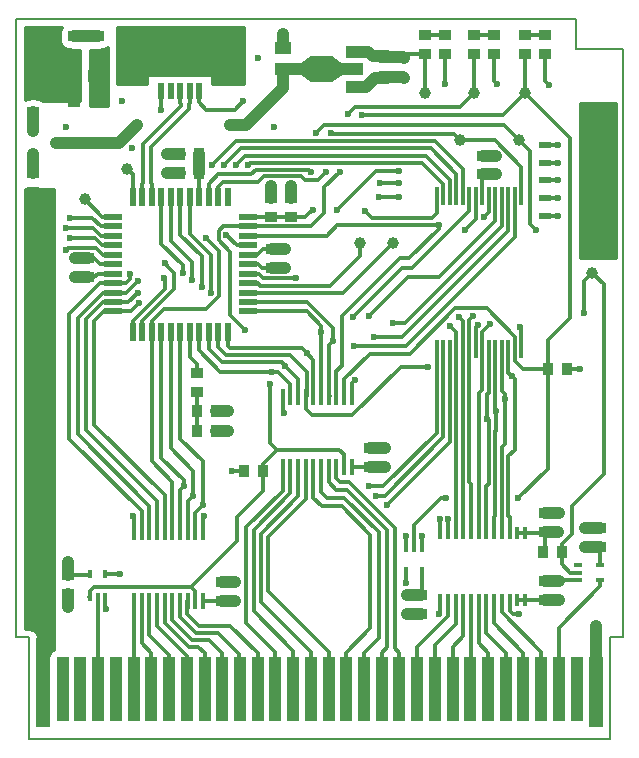
<source format=gbr>
G04 #@! TF.GenerationSoftware,KiCad,Pcbnew,5.0.2-bee76a0~70~ubuntu18.10.1*
G04 #@! TF.CreationDate,2019-01-06T00:11:33+02:00*
G04 #@! TF.ProjectId,GB-LIVE32,47422d4c-4956-4453-9332-2e6b69636164,v2.0*
G04 #@! TF.SameCoordinates,Original*
G04 #@! TF.FileFunction,Copper,L1,Top*
G04 #@! TF.FilePolarity,Positive*
%FSLAX46Y46*%
G04 Gerber Fmt 4.6, Leading zero omitted, Abs format (unit mm)*
G04 Created by KiCad (PCBNEW 5.0.2-bee76a0~70~ubuntu18.10.1) date su  6. tammikuuta 2019 00.11.33*
%MOMM*%
%LPD*%
G01*
G04 APERTURE LIST*
G04 #@! TA.AperFunction,NonConductor*
%ADD10C,0.150000*%
G04 #@! TD*
G04 #@! TA.AperFunction,SMDPad,CuDef*
%ADD11R,0.350000X1.500000*%
G04 #@! TD*
G04 #@! TA.AperFunction,SMDPad,CuDef*
%ADD12R,1.000000X0.600000*%
G04 #@! TD*
G04 #@! TA.AperFunction,SMDPad,CuDef*
%ADD13R,1.800000X1.250000*%
G04 #@! TD*
G04 #@! TA.AperFunction,BGAPad,CuDef*
%ADD14C,1.000000*%
G04 #@! TD*
G04 #@! TA.AperFunction,SMDPad,CuDef*
%ADD15R,1.400000X1.120000*%
G04 #@! TD*
G04 #@! TA.AperFunction,SMDPad,CuDef*
%ADD16R,0.820000X1.000000*%
G04 #@! TD*
G04 #@! TA.AperFunction,SMDPad,CuDef*
%ADD17R,1.000000X0.820000*%
G04 #@! TD*
G04 #@! TA.AperFunction,SMDPad,CuDef*
%ADD18R,1.120000X1.400000*%
G04 #@! TD*
G04 #@! TA.AperFunction,SMDPad,CuDef*
%ADD19R,0.900000X0.800000*%
G04 #@! TD*
G04 #@! TA.AperFunction,SMDPad,CuDef*
%ADD20R,0.500000X1.400000*%
G04 #@! TD*
G04 #@! TA.AperFunction,SMDPad,CuDef*
%ADD21R,2.500000X3.800000*%
G04 #@! TD*
G04 #@! TA.AperFunction,ConnectorPad*
%ADD22R,1.300000X6.000000*%
G04 #@! TD*
G04 #@! TA.AperFunction,ConnectorPad*
%ADD23R,1.000000X5.500000*%
G04 #@! TD*
G04 #@! TA.AperFunction,SMDPad,CuDef*
%ADD24C,0.850000*%
G04 #@! TD*
G04 #@! TA.AperFunction,Conductor*
%ADD25C,0.100000*%
G04 #@! TD*
G04 #@! TA.AperFunction,SMDPad,CuDef*
%ADD26R,1.500000X1.000000*%
G04 #@! TD*
G04 #@! TA.AperFunction,SMDPad,CuDef*
%ADD27R,1.800000X1.000000*%
G04 #@! TD*
G04 #@! TA.AperFunction,SMDPad,CuDef*
%ADD28R,1.840000X2.200000*%
G04 #@! TD*
G04 #@! TA.AperFunction,SMDPad,CuDef*
%ADD29C,1.000000*%
G04 #@! TD*
G04 #@! TA.AperFunction,SMDPad,CuDef*
%ADD30R,0.550000X1.500000*%
G04 #@! TD*
G04 #@! TA.AperFunction,SMDPad,CuDef*
%ADD31R,1.500000X0.550000*%
G04 #@! TD*
G04 #@! TA.AperFunction,SMDPad,CuDef*
%ADD32R,0.400000X0.650000*%
G04 #@! TD*
G04 #@! TA.AperFunction,SMDPad,CuDef*
%ADD33R,0.400000X1.100000*%
G04 #@! TD*
G04 #@! TA.AperFunction,SMDPad,CuDef*
%ADD34R,0.450000X1.450000*%
G04 #@! TD*
G04 #@! TA.AperFunction,SMDPad,CuDef*
%ADD35R,0.650000X0.400000*%
G04 #@! TD*
G04 #@! TA.AperFunction,ViaPad*
%ADD36C,0.600000*%
G04 #@! TD*
G04 #@! TA.AperFunction,Conductor*
%ADD37C,1.000000*%
G04 #@! TD*
G04 #@! TA.AperFunction,Conductor*
%ADD38C,0.320000*%
G04 #@! TD*
G04 #@! TA.AperFunction,Conductor*
%ADD39C,0.254000*%
G04 #@! TD*
G04 APERTURE END LIST*
D10*
X121700000Y-41600000D02*
X125700000Y-41600000D01*
X121700000Y-39000000D02*
X121700000Y-41600000D01*
X125700000Y-41600000D02*
X125700000Y-91400000D01*
X74300000Y-39000000D02*
X121700000Y-39000000D01*
X74300000Y-91400000D02*
X74300000Y-39000000D01*
X124600000Y-91400000D02*
X125700000Y-91400000D01*
X75400000Y-91400000D02*
X74300000Y-91400000D01*
X124600000Y-91400000D02*
X124600000Y-100000000D01*
X75400000Y-100000000D02*
X124600000Y-100000000D01*
X75400000Y-91400000D02*
X75400000Y-100000000D01*
D11*
G04 #@! TO.P,U3,7*
G04 #@! TO.N,/A4*
X109925000Y-54050000D03*
G04 #@! TO.P,U3,8*
G04 #@! TO.N,/A5*
X109925000Y-66950000D03*
G04 #@! TO.P,U3,6*
G04 #@! TO.N,/A3*
X110475000Y-54050000D03*
G04 #@! TO.P,U3,9*
G04 #@! TO.N,/A6*
X110475000Y-66950000D03*
G04 #@! TO.P,U3,5*
G04 #@! TO.N,/A2*
X111025000Y-54050000D03*
G04 #@! TO.P,U3,10*
G04 #@! TO.N,/A7*
X111025000Y-66950000D03*
G04 #@! TO.P,U3,4*
G04 #@! TO.N,/A1*
X111575000Y-54050000D03*
G04 #@! TO.P,U3,11*
G04 #@! TO.N,/D0*
X111575000Y-66950000D03*
G04 #@! TO.P,U3,3*
G04 #@! TO.N,/A0*
X112125000Y-54050000D03*
G04 #@! TO.P,U3,12*
G04 #@! TO.N,/D1*
X112125000Y-66950000D03*
G04 #@! TO.P,U3,2*
G04 #@! TO.N,/A12*
X112675000Y-54050000D03*
G04 #@! TO.P,U3,13*
G04 #@! TO.N,/D2*
X112675000Y-66950000D03*
G04 #@! TO.P,U3,1*
G04 #@! TO.N,/A14*
X113225000Y-54050000D03*
G04 #@! TO.P,U3,14*
G04 #@! TO.N,GND*
X113225000Y-66950000D03*
G04 #@! TO.P,U3,28*
G04 #@! TO.N,VCC*
X113775000Y-54050000D03*
G04 #@! TO.P,U3,15*
G04 #@! TO.N,/D3*
X113775000Y-66950000D03*
G04 #@! TO.P,U3,27*
G04 #@! TO.N,/~WR*
X114325000Y-54050000D03*
G04 #@! TO.P,U3,16*
G04 #@! TO.N,/D4*
X114325000Y-66950000D03*
G04 #@! TO.P,U3,26*
G04 #@! TO.N,/A13*
X114875000Y-54050000D03*
G04 #@! TO.P,U3,17*
G04 #@! TO.N,/D5*
X114875000Y-66950000D03*
G04 #@! TO.P,U3,25*
G04 #@! TO.N,/A8*
X115425000Y-54050000D03*
G04 #@! TO.P,U3,18*
G04 #@! TO.N,/D6*
X115425000Y-66950000D03*
G04 #@! TO.P,U3,24*
G04 #@! TO.N,/A9*
X115975000Y-54050000D03*
G04 #@! TO.P,U3,19*
G04 #@! TO.N,/D7*
X115975000Y-66950000D03*
G04 #@! TO.P,U3,23*
G04 #@! TO.N,/A11*
X116525000Y-54050000D03*
G04 #@! TO.P,U3,20*
G04 #@! TO.N,/~CS*
X116525000Y-66950000D03*
G04 #@! TO.P,U3,22*
G04 #@! TO.N,/~OE*
X117075000Y-54050000D03*
G04 #@! TO.P,U3,21*
G04 #@! TO.N,/A10*
X117075000Y-66950000D03*
G04 #@! TD*
D12*
G04 #@! TO.P,J1,1*
G04 #@! TO.N,/VPP*
X119105000Y-49700000D03*
G04 #@! TO.P,J1,2*
G04 #@! TO.N,VCC*
X119105000Y-51200000D03*
G04 #@! TO.P,J1,3*
G04 #@! TO.N,GND*
X119105000Y-52700000D03*
G04 #@! TO.P,J1,4*
G04 #@! TO.N,/PGD*
X119105000Y-54200000D03*
G04 #@! TO.P,J1,5*
G04 #@! TO.N,/PGC*
X119105000Y-55700000D03*
D13*
G04 #@! TO.P,J1,MP*
G04 #@! TO.N,GND*
X124295000Y-47095000D03*
X124295000Y-58305000D03*
G04 #@! TD*
D14*
G04 #@! TO.P,TP1,1*
G04 #@! TO.N,/VCC_CART*
X76000000Y-56200000D03*
G04 #@! TD*
G04 #@! TO.P,TP2,1*
G04 #@! TO.N,Net-(TP2-Pad1)*
X106200000Y-58000000D03*
G04 #@! TD*
G04 #@! TO.P,TP3,1*
G04 #@! TO.N,Net-(TP3-Pad1)*
X103400000Y-58000000D03*
G04 #@! TD*
G04 #@! TO.P,TP4,1*
G04 #@! TO.N,Net-(TP4-Pad1)*
X83700000Y-51700000D03*
G04 #@! TD*
G04 #@! TO.P,TP5,1*
G04 #@! TO.N,Net-(TP5-Pad1)*
X80100000Y-54300000D03*
G04 #@! TD*
G04 #@! TO.P,TP6,1*
G04 #@! TO.N,VCC*
X108900000Y-45300000D03*
G04 #@! TD*
G04 #@! TO.P,TP7,1*
G04 #@! TO.N,/~CS*
X117400000Y-45300000D03*
G04 #@! TD*
G04 #@! TO.P,TP8,1*
G04 #@! TO.N,/~GB_EN*
X113100000Y-45300000D03*
G04 #@! TD*
G04 #@! TO.P,TP9,1*
G04 #@! TO.N,/~WR*
X116900000Y-49300000D03*
G04 #@! TD*
G04 #@! TO.P,TP10,1*
G04 #@! TO.N,/~OE*
X111900000Y-49300000D03*
G04 #@! TD*
G04 #@! TO.P,TP11,1*
G04 #@! TO.N,/VCC_USB*
X76000000Y-42000000D03*
G04 #@! TD*
G04 #@! TO.P,TP12,1*
G04 #@! TO.N,/~GB_RES*
X123100000Y-60500000D03*
G04 #@! TD*
D15*
G04 #@! TO.P,C1,2*
G04 #@! TO.N,Net-(C1-Pad2)*
X96900000Y-43280000D03*
G04 #@! TO.P,C1,1*
G04 #@! TO.N,GND*
X96900000Y-41520000D03*
G04 #@! TD*
D16*
G04 #@! TO.P,C2,1*
G04 #@! TO.N,Net-(C2-Pad1)*
X89800000Y-52100000D03*
G04 #@! TO.P,C2,2*
G04 #@! TO.N,GND*
X88200000Y-52100000D03*
G04 #@! TD*
D15*
G04 #@! TO.P,C3,1*
G04 #@! TO.N,GND*
X105700000Y-43980000D03*
G04 #@! TO.P,C3,2*
G04 #@! TO.N,VCC*
X105700000Y-42220000D03*
G04 #@! TD*
D17*
G04 #@! TO.P,C4,2*
G04 #@! TO.N,/VPP*
X97600000Y-55800000D03*
G04 #@! TO.P,C4,1*
G04 #@! TO.N,GND*
X97600000Y-54200000D03*
G04 #@! TD*
D16*
G04 #@! TO.P,C5,1*
G04 #@! TO.N,GND*
X91200000Y-73900000D03*
G04 #@! TO.P,C5,2*
G04 #@! TO.N,Net-(C5-Pad2)*
X89600000Y-73900000D03*
G04 #@! TD*
D17*
G04 #@! TO.P,C6,2*
G04 #@! TO.N,GND*
X80400000Y-59300000D03*
G04 #@! TO.P,C6,1*
G04 #@! TO.N,VCC*
X80400000Y-60900000D03*
G04 #@! TD*
G04 #@! TO.P,C7,1*
G04 #@! TO.N,VCC*
X96000000Y-60100000D03*
G04 #@! TO.P,C7,2*
G04 #@! TO.N,GND*
X96000000Y-58500000D03*
G04 #@! TD*
G04 #@! TO.P,C8,1*
G04 #@! TO.N,VCC*
X113800000Y-52200000D03*
G04 #@! TO.P,C8,2*
G04 #@! TO.N,GND*
X113800000Y-50600000D03*
G04 #@! TD*
G04 #@! TO.P,C9,1*
G04 #@! TO.N,Net-(C9-Pad1)*
X81200000Y-40500000D03*
G04 #@! TO.P,C9,2*
G04 #@! TO.N,GND*
X81200000Y-42100000D03*
G04 #@! TD*
D16*
G04 #@! TO.P,C10,2*
G04 #@! TO.N,GND*
X80800000Y-43900000D03*
G04 #@! TO.P,C10,1*
G04 #@! TO.N,/VCC_USB*
X79200000Y-43900000D03*
G04 #@! TD*
D18*
G04 #@! TO.P,C11,1*
G04 #@! TO.N,GND*
X80980000Y-45800000D03*
G04 #@! TO.P,C11,2*
G04 #@! TO.N,/VCC_USB*
X79220000Y-45800000D03*
G04 #@! TD*
D17*
G04 #@! TO.P,C12,1*
G04 #@! TO.N,VCC*
X78700000Y-86100000D03*
G04 #@! TO.P,C12,2*
G04 #@! TO.N,GND*
X78700000Y-87700000D03*
G04 #@! TD*
G04 #@! TO.P,C13,2*
G04 #@! TO.N,GND*
X108600000Y-89400000D03*
G04 #@! TO.P,C13,1*
G04 #@! TO.N,VCC*
X108600000Y-87800000D03*
G04 #@! TD*
G04 #@! TO.P,C14,1*
G04 #@! TO.N,VCC*
X91700000Y-88300000D03*
G04 #@! TO.P,C14,2*
G04 #@! TO.N,GND*
X91700000Y-86700000D03*
G04 #@! TD*
G04 #@! TO.P,C15,1*
G04 #@! TO.N,VCC*
X104300000Y-77000000D03*
G04 #@! TO.P,C15,2*
G04 #@! TO.N,GND*
X104300000Y-75400000D03*
G04 #@! TD*
G04 #@! TO.P,C16,2*
G04 #@! TO.N,GND*
X119100000Y-80900000D03*
G04 #@! TO.P,C16,1*
G04 #@! TO.N,VCC*
X119100000Y-82500000D03*
G04 #@! TD*
G04 #@! TO.P,C17,2*
G04 #@! TO.N,GND*
X123700000Y-82100000D03*
G04 #@! TO.P,C17,1*
G04 #@! TO.N,VCC*
X123700000Y-83700000D03*
G04 #@! TD*
G04 #@! TO.P,C18,1*
G04 #@! TO.N,/VCC_CART*
X119100000Y-88200000D03*
G04 #@! TO.P,C18,2*
G04 #@! TO.N,GND*
X119100000Y-86600000D03*
G04 #@! TD*
D19*
G04 #@! TO.P,D1,1*
G04 #@! TO.N,Net-(D1-Pad1)*
X75700000Y-48550000D03*
G04 #@! TO.P,D1,2*
G04 #@! TO.N,Net-(D1-Pad2)*
X75700000Y-50450000D03*
G04 #@! TO.P,D1,3*
G04 #@! TO.N,Net-(C1-Pad2)*
X77700000Y-49500000D03*
G04 #@! TD*
D17*
G04 #@! TO.P,D2,2*
G04 #@! TO.N,Net-(D2-Pad2)*
X110600000Y-40400000D03*
G04 #@! TO.P,D2,1*
G04 #@! TO.N,GND*
X110600000Y-42000000D03*
G04 #@! TD*
G04 #@! TO.P,D3,1*
G04 #@! TO.N,Net-(D3-Pad1)*
X119100000Y-40400000D03*
G04 #@! TO.P,D3,2*
G04 #@! TO.N,VCC*
X119100000Y-42000000D03*
G04 #@! TD*
G04 #@! TO.P,D4,1*
G04 #@! TO.N,Net-(D4-Pad1)*
X114800000Y-40400000D03*
G04 #@! TO.P,D4,2*
G04 #@! TO.N,VCC*
X114800000Y-42000000D03*
G04 #@! TD*
G04 #@! TO.P,F1,1*
G04 #@! TO.N,Net-(D1-Pad2)*
X75700000Y-52100000D03*
G04 #@! TO.P,F1,2*
G04 #@! TO.N,/VCC_CART*
X75700000Y-53700000D03*
G04 #@! TD*
G04 #@! TO.P,F2,2*
G04 #@! TO.N,/VCC_USB*
X75700000Y-45300000D03*
G04 #@! TO.P,F2,1*
G04 #@! TO.N,Net-(D1-Pad1)*
X75700000Y-46900000D03*
G04 #@! TD*
D20*
G04 #@! TO.P,J2,1*
G04 #@! TO.N,Net-(C9-Pad1)*
X89800000Y-45100000D03*
G04 #@! TO.P,J2,2*
G04 #@! TO.N,/USB_N*
X89000000Y-45100000D03*
G04 #@! TO.P,J2,3*
G04 #@! TO.N,/USB_P*
X88200000Y-45100000D03*
G04 #@! TO.P,J2,4*
G04 #@! TO.N,Net-(J2-Pad4)*
X87400000Y-45100000D03*
G04 #@! TO.P,J2,5*
G04 #@! TO.N,GND*
X86600000Y-45100000D03*
D21*
G04 #@! TO.P,J2,6*
X92400000Y-42700000D03*
X84000000Y-42700000D03*
G04 #@! TD*
D22*
G04 #@! TO.P,J3,32*
G04 #@! TO.N,GND*
X123400000Y-96000000D03*
D23*
G04 #@! TO.P,J3,31*
G04 #@! TO.N,Net-(J3-Pad31)*
X121750000Y-95750000D03*
G04 #@! TO.P,J3,30*
G04 #@! TO.N,/gameboy/~GB_RES*
X120250000Y-95750000D03*
G04 #@! TO.P,J3,29*
G04 #@! TO.N,/gameboy/GB_D7*
X118750000Y-95750000D03*
G04 #@! TO.P,J3,28*
G04 #@! TO.N,/gameboy/GB_D6*
X117250000Y-95750000D03*
G04 #@! TO.P,J3,27*
G04 #@! TO.N,/gameboy/GB_D5*
X115750000Y-95750000D03*
G04 #@! TO.P,J3,26*
G04 #@! TO.N,/gameboy/GB_D4*
X114250000Y-95750000D03*
G04 #@! TO.P,J3,25*
G04 #@! TO.N,/gameboy/GB_D3*
X112750000Y-95750000D03*
G04 #@! TO.P,J3,24*
G04 #@! TO.N,/gameboy/GB_D2*
X111250000Y-95750000D03*
G04 #@! TO.P,J3,23*
G04 #@! TO.N,/gameboy/GB_D1*
X109750000Y-95750000D03*
G04 #@! TO.P,J3,22*
G04 #@! TO.N,/gameboy/GB_D0*
X108250000Y-95750000D03*
G04 #@! TO.P,J3,21*
G04 #@! TO.N,/gameboy/GB_A15*
X106750000Y-95750000D03*
G04 #@! TO.P,J3,20*
G04 #@! TO.N,/gameboy/GB_A14*
X105250000Y-95750000D03*
G04 #@! TO.P,J3,19*
G04 #@! TO.N,/gameboy/GB_A13*
X103750000Y-95750000D03*
G04 #@! TO.P,J3,18*
G04 #@! TO.N,/gameboy/GB_A12*
X102250000Y-95750000D03*
G04 #@! TO.P,J3,17*
G04 #@! TO.N,/gameboy/GB_A11*
X100750000Y-95750000D03*
G04 #@! TO.P,J3,16*
G04 #@! TO.N,/gameboy/GB_A10*
X99250000Y-95750000D03*
G04 #@! TO.P,J3,15*
G04 #@! TO.N,/gameboy/GB_A9*
X97750000Y-95750000D03*
G04 #@! TO.P,J3,14*
G04 #@! TO.N,/gameboy/GB_A8*
X96250000Y-95750000D03*
G04 #@! TO.P,J3,13*
G04 #@! TO.N,/gameboy/GB_A7*
X94750000Y-95750000D03*
G04 #@! TO.P,J3,12*
G04 #@! TO.N,/gameboy/GB_A6*
X93250000Y-95750000D03*
G04 #@! TO.P,J3,11*
G04 #@! TO.N,/gameboy/GB_A5*
X91750000Y-95750000D03*
G04 #@! TO.P,J3,10*
G04 #@! TO.N,/gameboy/GB_A4*
X90250000Y-95750000D03*
G04 #@! TO.P,J3,9*
G04 #@! TO.N,/gameboy/GB_A3*
X88750000Y-95750000D03*
G04 #@! TO.P,J3,8*
G04 #@! TO.N,/gameboy/GB_A2*
X87250000Y-95750000D03*
G04 #@! TO.P,J3,7*
G04 #@! TO.N,/gameboy/GB_A1*
X85750000Y-95750000D03*
G04 #@! TO.P,J3,6*
G04 #@! TO.N,/gameboy/GB_A0*
X84250000Y-95750000D03*
G04 #@! TO.P,J3,5*
G04 #@! TO.N,Net-(J3-Pad5)*
X82750000Y-95750000D03*
G04 #@! TO.P,J3,4*
G04 #@! TO.N,/gameboy/~GB_RD*
X81250000Y-95750000D03*
G04 #@! TO.P,J3,3*
G04 #@! TO.N,Net-(J3-Pad3)*
X79750000Y-95750000D03*
D22*
G04 #@! TO.P,J3,1*
G04 #@! TO.N,/VCC_CART*
X76600000Y-96000000D03*
D23*
G04 #@! TO.P,J3,2*
G04 #@! TO.N,Net-(J3-Pad2)*
X78250000Y-95750000D03*
G04 #@! TD*
D17*
G04 #@! TO.P,L1,1*
G04 #@! TO.N,/VCC_USB*
X79200000Y-42100000D03*
G04 #@! TO.P,L1,2*
G04 #@! TO.N,Net-(C9-Pad1)*
X79200000Y-40500000D03*
G04 #@! TD*
G04 #@! TO.P,R1,1*
G04 #@! TO.N,VCC*
X108900000Y-42000000D03*
G04 #@! TO.P,R1,2*
G04 #@! TO.N,Net-(D2-Pad2)*
X108900000Y-40400000D03*
G04 #@! TD*
D16*
G04 #@! TO.P,R2,2*
G04 #@! TO.N,/~CS*
X119300000Y-68700000D03*
G04 #@! TO.P,R2,1*
G04 #@! TO.N,VCC*
X120900000Y-68700000D03*
G04 #@! TD*
G04 #@! TO.P,R3,2*
G04 #@! TO.N,/~GB_EN*
X95200000Y-77300000D03*
G04 #@! TO.P,R3,1*
G04 #@! TO.N,VCC*
X93600000Y-77300000D03*
G04 #@! TD*
D17*
G04 #@! TO.P,R4,1*
G04 #@! TO.N,/~CS*
X117400000Y-42000000D03*
G04 #@! TO.P,R4,2*
G04 #@! TO.N,Net-(D3-Pad1)*
X117400000Y-40400000D03*
G04 #@! TD*
G04 #@! TO.P,R5,1*
G04 #@! TO.N,/~GB_EN*
X113100000Y-42000000D03*
G04 #@! TO.P,R5,2*
G04 #@! TO.N,Net-(D4-Pad1)*
X113100000Y-40400000D03*
G04 #@! TD*
G04 #@! TO.P,R6,1*
G04 #@! TO.N,Net-(R6-Pad1)*
X89600000Y-69000000D03*
G04 #@! TO.P,R6,2*
G04 #@! TO.N,Net-(C5-Pad2)*
X89600000Y-70600000D03*
G04 #@! TD*
G04 #@! TO.P,R7,2*
G04 #@! TO.N,/VPP*
X95900000Y-55800000D03*
G04 #@! TO.P,R7,1*
G04 #@! TO.N,VCC*
X95900000Y-54200000D03*
G04 #@! TD*
D16*
G04 #@! TO.P,R8,2*
G04 #@! TO.N,Net-(C5-Pad2)*
X89600000Y-72200000D03*
G04 #@! TO.P,R8,1*
G04 #@! TO.N,VCC*
X91200000Y-72200000D03*
G04 #@! TD*
G04 #@! TO.P,R9,1*
G04 #@! TO.N,VCC*
X118900000Y-84200000D03*
G04 #@! TO.P,R9,2*
G04 #@! TO.N,/~GB_RES*
X120500000Y-84200000D03*
G04 #@! TD*
D24*
G04 #@! TO.P,U1,2*
G04 #@! TO.N,Net-(C1-Pad2)*
X98833000Y-43300000D03*
D25*
G04 #@! TD*
G04 #@! TO.N,Net-(C1-Pad2)*
G04 #@! TO.C,U1*
G36*
X99258000Y-44400000D02*
X98408000Y-43800000D01*
X98408000Y-42800000D01*
X99258000Y-42200000D01*
X99258000Y-44400000D01*
X99258000Y-44400000D01*
G37*
D26*
G04 #@! TO.P,U1,1*
G04 #@! TO.N,GND*
X102980000Y-44800000D03*
D27*
G04 #@! TO.P,U1,2*
G04 #@! TO.N,Net-(C1-Pad2)*
X102833500Y-43300000D03*
D26*
G04 #@! TO.P,U1,3*
G04 #@! TO.N,VCC*
X102980000Y-41800000D03*
D28*
G04 #@! TO.P,U1,2*
G04 #@! TO.N,Net-(C1-Pad2)*
X100166500Y-43300000D03*
D29*
X101576200Y-43300000D03*
D25*
G04 #@! TD*
G04 #@! TO.N,Net-(C1-Pad2)*
G04 #@! TO.C,U1*
G36*
X101076200Y-42200000D02*
X102076200Y-42900000D01*
X102076200Y-43700000D01*
X101076200Y-44400000D01*
X101076200Y-42200000D01*
X101076200Y-42200000D01*
G37*
D30*
G04 #@! TO.P,U2,44*
G04 #@! TO.N,Net-(TP4-Pad1)*
X84200000Y-54100000D03*
G04 #@! TO.P,U2,43*
G04 #@! TO.N,/USB_P*
X85000000Y-54100000D03*
G04 #@! TO.P,U2,42*
G04 #@! TO.N,/USB_N*
X85800000Y-54100000D03*
G04 #@! TO.P,U2,41*
G04 #@! TO.N,/D3*
X86600000Y-54100000D03*
G04 #@! TO.P,U2,40*
G04 #@! TO.N,/D2*
X87400000Y-54100000D03*
G04 #@! TO.P,U2,39*
G04 #@! TO.N,/D1*
X88200000Y-54100000D03*
G04 #@! TO.P,U2,38*
G04 #@! TO.N,/D0*
X89000000Y-54100000D03*
G04 #@! TO.P,U2,37*
G04 #@! TO.N,Net-(C2-Pad1)*
X89800000Y-54100000D03*
G04 #@! TO.P,U2,36*
G04 #@! TO.N,/~WR*
X90600000Y-54100000D03*
G04 #@! TO.P,U2,35*
G04 #@! TO.N,/~OE*
X91400000Y-54100000D03*
G04 #@! TO.P,U2,34*
G04 #@! TO.N,Net-(U2-Pad34)*
X92200000Y-54100000D03*
D31*
G04 #@! TO.P,U2,33*
G04 #@! TO.N,/VPP*
X93900000Y-55800000D03*
G04 #@! TO.P,U2,32*
G04 #@! TO.N,/~GB_EN*
X93900000Y-56600000D03*
G04 #@! TO.P,U2,31*
G04 #@! TO.N,/A14*
X93900000Y-57400000D03*
G04 #@! TO.P,U2,30*
G04 #@! TO.N,/~CS*
X93900000Y-58200000D03*
G04 #@! TO.P,U2,29*
G04 #@! TO.N,GND*
X93900000Y-59000000D03*
G04 #@! TO.P,U2,28*
G04 #@! TO.N,VCC*
X93900000Y-59800000D03*
G04 #@! TO.P,U2,27*
G04 #@! TO.N,/~GB_RES*
X93900000Y-60600000D03*
G04 #@! TO.P,U2,26*
G04 #@! TO.N,Net-(TP3-Pad1)*
X93900000Y-61400000D03*
G04 #@! TO.P,U2,25*
G04 #@! TO.N,Net-(TP2-Pad1)*
X93900000Y-62200000D03*
G04 #@! TO.P,U2,24*
G04 #@! TO.N,/A13*
X93900000Y-63000000D03*
G04 #@! TO.P,U2,23*
G04 #@! TO.N,/A12*
X93900000Y-63800000D03*
D30*
G04 #@! TO.P,U2,22*
G04 #@! TO.N,/A11*
X92200000Y-65500000D03*
G04 #@! TO.P,U2,21*
G04 #@! TO.N,/A10*
X91400000Y-65500000D03*
G04 #@! TO.P,U2,20*
G04 #@! TO.N,/A9*
X90600000Y-65500000D03*
G04 #@! TO.P,U2,19*
G04 #@! TO.N,/A8*
X89800000Y-65500000D03*
G04 #@! TO.P,U2,18*
G04 #@! TO.N,Net-(R6-Pad1)*
X89000000Y-65500000D03*
G04 #@! TO.P,U2,17*
G04 #@! TO.N,/A7*
X88200000Y-65500000D03*
G04 #@! TO.P,U2,16*
G04 #@! TO.N,/A6*
X87400000Y-65500000D03*
G04 #@! TO.P,U2,15*
G04 #@! TO.N,/A5*
X86600000Y-65500000D03*
G04 #@! TO.P,U2,14*
G04 #@! TO.N,/A4*
X85800000Y-65500000D03*
G04 #@! TO.P,U2,13*
G04 #@! TO.N,/PGD*
X85000000Y-65500000D03*
G04 #@! TO.P,U2,12*
G04 #@! TO.N,/PGC*
X84200000Y-65500000D03*
D31*
G04 #@! TO.P,U2,11*
G04 #@! TO.N,/A3*
X82500000Y-63800000D03*
G04 #@! TO.P,U2,10*
G04 #@! TO.N,/A2*
X82500000Y-63000000D03*
G04 #@! TO.P,U2,9*
G04 #@! TO.N,/A1*
X82500000Y-62200000D03*
G04 #@! TO.P,U2,8*
G04 #@! TO.N,/A0*
X82500000Y-61400000D03*
G04 #@! TO.P,U2,7*
G04 #@! TO.N,VCC*
X82500000Y-60600000D03*
G04 #@! TO.P,U2,6*
G04 #@! TO.N,GND*
X82500000Y-59800000D03*
G04 #@! TO.P,U2,5*
G04 #@! TO.N,/D7*
X82500000Y-59000000D03*
G04 #@! TO.P,U2,4*
G04 #@! TO.N,/D6*
X82500000Y-58200000D03*
G04 #@! TO.P,U2,3*
G04 #@! TO.N,/D5*
X82500000Y-57400000D03*
G04 #@! TO.P,U2,2*
G04 #@! TO.N,/D4*
X82500000Y-56600000D03*
G04 #@! TO.P,U2,1*
G04 #@! TO.N,Net-(TP5-Pad1)*
X82500000Y-55800000D03*
G04 #@! TD*
D32*
G04 #@! TO.P,U4,1*
G04 #@! TO.N,Net-(U4-Pad1)*
X108650000Y-83850000D03*
G04 #@! TO.P,U4,3*
G04 #@! TO.N,GND*
X107350000Y-83850000D03*
G04 #@! TO.P,U4,2*
G04 #@! TO.N,/~CS*
X108000000Y-83850000D03*
G04 #@! TO.P,U4,4*
G04 #@! TO.N,Net-(U4-Pad4)*
X107350000Y-85750000D03*
G04 #@! TO.P,U4,5*
G04 #@! TO.N,VCC*
X108650000Y-85750000D03*
G04 #@! TD*
D33*
G04 #@! TO.P,U5,1*
G04 #@! TO.N,VCC*
X117375000Y-82550000D03*
G04 #@! TO.P,U5,2*
X116725000Y-82550000D03*
G04 #@! TO.P,U5,3*
G04 #@! TO.N,/D7*
X116075000Y-82550000D03*
G04 #@! TO.P,U5,4*
G04 #@! TO.N,/D6*
X115425000Y-82550000D03*
G04 #@! TO.P,U5,5*
G04 #@! TO.N,/D5*
X114775000Y-82550000D03*
G04 #@! TO.P,U5,6*
G04 #@! TO.N,/D4*
X114125000Y-82550000D03*
G04 #@! TO.P,U5,7*
G04 #@! TO.N,/D3*
X113475000Y-82550000D03*
G04 #@! TO.P,U5,8*
G04 #@! TO.N,/D2*
X112825000Y-82550000D03*
G04 #@! TO.P,U5,9*
G04 #@! TO.N,/D1*
X112175000Y-82550000D03*
G04 #@! TO.P,U5,10*
G04 #@! TO.N,/D0*
X111525000Y-82550000D03*
G04 #@! TO.P,U5,11*
G04 #@! TO.N,GND*
X110875000Y-82550000D03*
G04 #@! TO.P,U5,12*
X110225000Y-82550000D03*
G04 #@! TO.P,U5,13*
X110225000Y-88250000D03*
G04 #@! TO.P,U5,14*
G04 #@! TO.N,/gameboy/GB_D0*
X110875000Y-88250000D03*
G04 #@! TO.P,U5,15*
G04 #@! TO.N,/gameboy/GB_D1*
X111525000Y-88250000D03*
G04 #@! TO.P,U5,16*
G04 #@! TO.N,/gameboy/GB_D2*
X112175000Y-88250000D03*
G04 #@! TO.P,U5,17*
G04 #@! TO.N,/gameboy/GB_D3*
X112825000Y-88250000D03*
G04 #@! TO.P,U5,18*
G04 #@! TO.N,/gameboy/GB_D4*
X113475000Y-88250000D03*
G04 #@! TO.P,U5,19*
G04 #@! TO.N,/gameboy/GB_D5*
X114125000Y-88250000D03*
G04 #@! TO.P,U5,20*
G04 #@! TO.N,/gameboy/GB_D6*
X114775000Y-88250000D03*
G04 #@! TO.P,U5,21*
G04 #@! TO.N,/gameboy/GB_D7*
X115425000Y-88250000D03*
G04 #@! TO.P,U5,22*
G04 #@! TO.N,Net-(U4-Pad4)*
X116075000Y-88250000D03*
G04 #@! TO.P,U5,23*
G04 #@! TO.N,/VCC_CART*
X116725000Y-88250000D03*
G04 #@! TO.P,U5,24*
X117375000Y-88250000D03*
G04 #@! TD*
D34*
G04 #@! TO.P,U6,20*
G04 #@! TO.N,VCC*
X102725000Y-76950000D03*
G04 #@! TO.P,U6,19*
G04 #@! TO.N,/~GB_EN*
X102075000Y-76950000D03*
G04 #@! TO.P,U6,18*
G04 #@! TO.N,/gameboy/GB_A15*
X101425000Y-76950000D03*
G04 #@! TO.P,U6,17*
G04 #@! TO.N,/gameboy/GB_A14*
X100775000Y-76950000D03*
G04 #@! TO.P,U6,16*
G04 #@! TO.N,/gameboy/GB_A13*
X100125000Y-76950000D03*
G04 #@! TO.P,U6,15*
G04 #@! TO.N,/gameboy/GB_A12*
X99475000Y-76950000D03*
G04 #@! TO.P,U6,14*
G04 #@! TO.N,/gameboy/GB_A11*
X98825000Y-76950000D03*
G04 #@! TO.P,U6,13*
G04 #@! TO.N,/gameboy/GB_A10*
X98175000Y-76950000D03*
G04 #@! TO.P,U6,12*
G04 #@! TO.N,/gameboy/GB_A9*
X97525000Y-76950000D03*
G04 #@! TO.P,U6,11*
G04 #@! TO.N,/gameboy/GB_A8*
X96875000Y-76950000D03*
G04 #@! TO.P,U6,10*
G04 #@! TO.N,GND*
X96875000Y-71050000D03*
G04 #@! TO.P,U6,9*
G04 #@! TO.N,/A8*
X97525000Y-71050000D03*
G04 #@! TO.P,U6,8*
G04 #@! TO.N,/A9*
X98175000Y-71050000D03*
G04 #@! TO.P,U6,7*
G04 #@! TO.N,/A10*
X98825000Y-71050000D03*
G04 #@! TO.P,U6,6*
G04 #@! TO.N,/A11*
X99475000Y-71050000D03*
G04 #@! TO.P,U6,5*
G04 #@! TO.N,/A12*
X100125000Y-71050000D03*
G04 #@! TO.P,U6,4*
G04 #@! TO.N,/A13*
X100775000Y-71050000D03*
G04 #@! TO.P,U6,3*
G04 #@! TO.N,/A14*
X101425000Y-71050000D03*
G04 #@! TO.P,U6,2*
G04 #@! TO.N,/~CS*
X102075000Y-71050000D03*
G04 #@! TO.P,U6,1*
G04 #@! TO.N,GND*
X102725000Y-71050000D03*
G04 #@! TD*
G04 #@! TO.P,U7,1*
G04 #@! TO.N,GND*
X90125000Y-82450000D03*
G04 #@! TO.P,U7,2*
G04 #@! TO.N,/A7*
X89475000Y-82450000D03*
G04 #@! TO.P,U7,3*
G04 #@! TO.N,/A6*
X88825000Y-82450000D03*
G04 #@! TO.P,U7,4*
G04 #@! TO.N,/A5*
X88175000Y-82450000D03*
G04 #@! TO.P,U7,5*
G04 #@! TO.N,/A4*
X87525000Y-82450000D03*
G04 #@! TO.P,U7,6*
G04 #@! TO.N,/A3*
X86875000Y-82450000D03*
G04 #@! TO.P,U7,7*
G04 #@! TO.N,/A2*
X86225000Y-82450000D03*
G04 #@! TO.P,U7,8*
G04 #@! TO.N,/A1*
X85575000Y-82450000D03*
G04 #@! TO.P,U7,9*
G04 #@! TO.N,/A0*
X84925000Y-82450000D03*
G04 #@! TO.P,U7,10*
G04 #@! TO.N,GND*
X84275000Y-82450000D03*
G04 #@! TO.P,U7,11*
G04 #@! TO.N,/gameboy/GB_A0*
X84275000Y-88350000D03*
G04 #@! TO.P,U7,12*
G04 #@! TO.N,/gameboy/GB_A1*
X84925000Y-88350000D03*
G04 #@! TO.P,U7,13*
G04 #@! TO.N,/gameboy/GB_A2*
X85575000Y-88350000D03*
G04 #@! TO.P,U7,14*
G04 #@! TO.N,/gameboy/GB_A3*
X86225000Y-88350000D03*
G04 #@! TO.P,U7,15*
G04 #@! TO.N,/gameboy/GB_A4*
X86875000Y-88350000D03*
G04 #@! TO.P,U7,16*
G04 #@! TO.N,/gameboy/GB_A5*
X87525000Y-88350000D03*
G04 #@! TO.P,U7,17*
G04 #@! TO.N,/gameboy/GB_A6*
X88175000Y-88350000D03*
G04 #@! TO.P,U7,18*
G04 #@! TO.N,/gameboy/GB_A7*
X88825000Y-88350000D03*
G04 #@! TO.P,U7,19*
G04 #@! TO.N,/~GB_EN*
X89475000Y-88350000D03*
G04 #@! TO.P,U7,20*
G04 #@! TO.N,VCC*
X90125000Y-88350000D03*
G04 #@! TD*
D32*
G04 #@! TO.P,U8,1*
G04 #@! TO.N,/~GB_EN*
X80550000Y-87950000D03*
G04 #@! TO.P,U8,3*
G04 #@! TO.N,GND*
X81850000Y-87950000D03*
G04 #@! TO.P,U8,2*
G04 #@! TO.N,/gameboy/~GB_RD*
X81200000Y-87950000D03*
G04 #@! TO.P,U8,4*
G04 #@! TO.N,Net-(U4-Pad1)*
X81850000Y-86050000D03*
G04 #@! TO.P,U8,5*
G04 #@! TO.N,VCC*
X80550000Y-86050000D03*
G04 #@! TD*
D35*
G04 #@! TO.P,U9,5*
G04 #@! TO.N,VCC*
X123750000Y-85250000D03*
G04 #@! TO.P,U9,4*
G04 #@! TO.N,/gameboy/~GB_RES*
X123750000Y-86550000D03*
G04 #@! TO.P,U9,2*
G04 #@! TO.N,/~GB_RES*
X121850000Y-85900000D03*
G04 #@! TO.P,U9,3*
G04 #@! TO.N,GND*
X121850000Y-86550000D03*
G04 #@! TO.P,U9,1*
G04 #@! TO.N,N/C*
X121850000Y-85250000D03*
G04 #@! TD*
D16*
G04 #@! TO.P,R10,1*
G04 #@! TO.N,VCC*
X88200000Y-50500000D03*
G04 #@! TO.P,R10,2*
G04 #@! TO.N,Net-(C2-Pad1)*
X89800000Y-50500000D03*
G04 #@! TD*
D36*
G04 #@! TO.N,Net-(C1-Pad2)*
X84500000Y-48000000D03*
X92400000Y-48000000D03*
G04 #@! TO.N,GND*
X93100000Y-39900000D03*
X92800000Y-86700000D03*
X120300000Y-86600000D03*
X123400000Y-90400000D03*
X78700000Y-88800000D03*
X81900000Y-89000000D03*
X90200000Y-81100000D03*
X84200000Y-81100000D03*
X110100000Y-89400000D03*
X110200000Y-81400000D03*
X110900000Y-81400000D03*
X86600000Y-46700000D03*
X81800000Y-43100000D03*
X81800000Y-44600000D03*
X96900000Y-40300000D03*
X107100000Y-44000000D03*
X122500000Y-82100000D03*
X120300000Y-80900000D03*
X105500000Y-75400000D03*
X107400000Y-89400000D03*
X107300000Y-82800000D03*
X103000000Y-69600000D03*
X97000000Y-72400000D03*
X97100000Y-58500000D03*
X79300000Y-59300000D03*
X92200000Y-73900000D03*
X114900000Y-50600000D03*
X110600000Y-44500000D03*
X113383309Y-64983309D03*
X97600000Y-53200000D03*
X96100000Y-48200000D03*
X94800000Y-42300000D03*
X83300000Y-46000000D03*
X78500000Y-48200000D03*
X84100000Y-50000000D03*
X120200000Y-52700000D03*
X87100000Y-52100000D03*
X124300000Y-52700000D03*
G04 #@! TO.N,VCC*
X92800000Y-88300000D03*
X78700000Y-85000000D03*
X107100000Y-42300000D03*
X122500000Y-83700000D03*
X120200000Y-82500000D03*
X105500000Y-77000000D03*
X107400000Y-87800000D03*
X97100000Y-60100000D03*
X79300000Y-60900000D03*
X92200000Y-72200000D03*
X114900000Y-52200000D03*
X115000000Y-44500000D03*
X119400000Y-44600000D03*
X92600000Y-77300000D03*
X122000000Y-68700000D03*
X95900000Y-53200000D03*
X120200000Y-51200000D03*
X87100000Y-50500000D03*
G04 #@! TO.N,Net-(C9-Pad1)*
X80200000Y-40500000D03*
X93500000Y-46000000D03*
G04 #@! TO.N,/VCC_CART*
X76600000Y-90400004D03*
X120300000Y-88200000D03*
G04 #@! TO.N,/~CS*
X116800000Y-79600000D03*
X92100000Y-57300000D03*
X103600000Y-47200000D03*
X110700000Y-79600000D03*
G04 #@! TO.N,/~GB_EN*
X93700000Y-65400000D03*
X95800000Y-69900000D03*
X101700000Y-52000000D03*
X102400000Y-47100000D03*
G04 #@! TO.N,/~GB_RES*
X98000000Y-60940000D03*
X122400002Y-63900000D03*
G04 #@! TO.N,/~WR*
X99300000Y-52000000D03*
X99700000Y-48700000D03*
X113900000Y-55800006D03*
X118300000Y-56900000D03*
G04 #@! TO.N,/~OE*
X100500000Y-52000000D03*
X101000000Y-48700000D03*
G04 #@! TO.N,/D4*
X78900000Y-55900000D03*
X114200000Y-72900000D03*
G04 #@! TO.N,/D5*
X78500000Y-56700000D03*
X114900000Y-72200000D03*
G04 #@! TO.N,/D6*
X78900000Y-57600000D03*
X115700000Y-71200000D03*
G04 #@! TO.N,/D7*
X78500000Y-58600000D03*
X116300000Y-69300000D03*
G04 #@! TO.N,/A0*
X83900000Y-60600000D03*
X90900000Y-51400000D03*
G04 #@! TO.N,/A1*
X84600000Y-61200000D03*
X91900000Y-51400000D03*
G04 #@! TO.N,/A2*
X84600000Y-62200000D03*
X92900000Y-51400000D03*
G04 #@! TO.N,/A3*
X84700000Y-63100000D03*
X93900000Y-51400000D03*
G04 #@! TO.N,/A4*
X90400000Y-57600000D03*
X103799994Y-55300000D03*
G04 #@! TO.N,/A5*
X104200000Y-78600000D03*
X88500000Y-78600000D03*
G04 #@! TO.N,/A6*
X104800000Y-79400000D03*
X89300006Y-79400000D03*
G04 #@! TO.N,/A7*
X105700000Y-80200000D03*
X90099992Y-80200000D03*
G04 #@! TO.N,/A8*
X96000000Y-68900000D03*
X106199978Y-64800000D03*
G04 #@! TO.N,/A9*
X97100000Y-68400000D03*
X104599978Y-66000000D03*
G04 #@! TO.N,/A10*
X117000000Y-65100000D03*
X109200000Y-68500000D03*
G04 #@! TO.N,/A11*
X98900000Y-67300000D03*
X102900006Y-66700000D03*
G04 #@! TO.N,/A12*
X100125000Y-65500000D03*
X102800000Y-64300000D03*
G04 #@! TO.N,/A13*
X101100000Y-66300000D03*
X104200000Y-64199994D03*
G04 #@! TO.N,/A14*
X112300000Y-56900000D03*
X110100000Y-56500000D03*
G04 #@! TO.N,/D0*
X111000000Y-65000000D03*
X90800000Y-62200000D03*
G04 #@! TO.N,/D1*
X111800000Y-64300010D03*
X90000004Y-61700000D03*
G04 #@! TO.N,/D2*
X113000000Y-64200000D03*
X89200000Y-61100000D03*
G04 #@! TO.N,/D3*
X114400000Y-64900000D03*
X88400000Y-60500000D03*
G04 #@! TO.N,Net-(U4-Pad1)*
X83100000Y-86000000D03*
X108700000Y-82800000D03*
G04 #@! TO.N,Net-(U4-Pad4)*
X107300000Y-86800000D03*
X116900000Y-89400000D03*
G04 #@! TO.N,/VPP*
X120200000Y-49700000D03*
X106700000Y-51900000D03*
X101500000Y-55200000D03*
X99400001Y-55200000D03*
G04 #@! TO.N,/PGD*
X86900000Y-59700000D03*
X120200000Y-54200000D03*
X106699992Y-52900000D03*
X105100000Y-52900000D03*
G04 #@! TO.N,/PGC*
X86800000Y-61000000D03*
X120200000Y-55700000D03*
X105000000Y-54100000D03*
X106700008Y-54100000D03*
G04 #@! TD*
D37*
G04 #@! TO.N,Net-(C1-Pad2)*
X102833500Y-43300000D02*
X101576200Y-43300000D01*
X101576200Y-43300000D02*
X100166500Y-43300000D01*
X100166500Y-43300000D02*
X98833000Y-43300000D01*
X96920000Y-43300000D02*
X96900000Y-43280000D01*
X98833000Y-43300000D02*
X96920000Y-43300000D01*
X83000000Y-49500000D02*
X77700000Y-49500000D01*
X83000000Y-49500000D02*
X84500000Y-48000000D01*
X96900000Y-44840000D02*
X93740000Y-48000000D01*
X93740000Y-48000000D02*
X92400000Y-48000000D01*
X96900000Y-43280000D02*
X96900000Y-44840000D01*
G04 #@! TO.N,GND*
X91700000Y-86700000D02*
X92800000Y-86700000D01*
X119100000Y-86600000D02*
X120300000Y-86600000D01*
X123400000Y-96000000D02*
X123400000Y-90400000D01*
X78700000Y-87700000D02*
X78700000Y-88800000D01*
D38*
X81850000Y-87950000D02*
X81850000Y-88950000D01*
X81850000Y-88950000D02*
X81900000Y-89000000D01*
X90125000Y-82450000D02*
X90125000Y-81175000D01*
X90125000Y-81175000D02*
X90200000Y-81100000D01*
X84275000Y-82450000D02*
X84275000Y-81175000D01*
X84275000Y-81175000D02*
X84200000Y-81100000D01*
X110225000Y-88250000D02*
X110225000Y-89275000D01*
X110225000Y-89275000D02*
X110100000Y-89400000D01*
X110225000Y-82550000D02*
X110225000Y-81425000D01*
X110225000Y-81425000D02*
X110200000Y-81400000D01*
X110875000Y-82550000D02*
X110875000Y-81425000D01*
X110875000Y-81425000D02*
X110900000Y-81400000D01*
X86600000Y-45100000D02*
X86600000Y-46700000D01*
D37*
X96900000Y-41520000D02*
X96900000Y-40300000D01*
X105700000Y-43980000D02*
X107080000Y-43980000D01*
X107080000Y-43980000D02*
X107100000Y-44000000D01*
D38*
X120350000Y-86550000D02*
X120300000Y-86600000D01*
X121850000Y-86550000D02*
X120350000Y-86550000D01*
D37*
X123700000Y-82100000D02*
X122500000Y-82100000D01*
X119100000Y-80900000D02*
X120300000Y-80900000D01*
X104300000Y-75400000D02*
X105500000Y-75400000D01*
X108600000Y-89400000D02*
X107400000Y-89400000D01*
D38*
X107350000Y-83850000D02*
X107350000Y-82850000D01*
X107350000Y-82850000D02*
X107300000Y-82800000D01*
X102725000Y-71050000D02*
X102725000Y-69875000D01*
X102725000Y-69875000D02*
X103000000Y-69600000D01*
X96875000Y-71050000D02*
X96875000Y-72275000D01*
X96875000Y-72275000D02*
X97000000Y-72400000D01*
X95180000Y-58500000D02*
X94700000Y-58980000D01*
X96000000Y-58500000D02*
X95180000Y-58500000D01*
X93920000Y-58980000D02*
X93900000Y-59000000D01*
X94700000Y-58980000D02*
X93920000Y-58980000D01*
X81430000Y-59800000D02*
X80930000Y-59300000D01*
X82500000Y-59800000D02*
X81430000Y-59800000D01*
X80930000Y-59300000D02*
X80400000Y-59300000D01*
D37*
X96000000Y-58500000D02*
X97100000Y-58500000D01*
X80400000Y-59300000D02*
X79300000Y-59300000D01*
X91200000Y-73900000D02*
X92200000Y-73900000D01*
X113800000Y-50600000D02*
X114900000Y-50600000D01*
D38*
X110600000Y-42000000D02*
X110600000Y-44500000D01*
X113225000Y-66750000D02*
X113225000Y-65141618D01*
X113225000Y-65141618D02*
X113383309Y-64983309D01*
D37*
X97600000Y-54200000D02*
X97600000Y-53200000D01*
X105680000Y-44000000D02*
X105700000Y-43980000D01*
X104700000Y-44000000D02*
X105680000Y-44000000D01*
X102980000Y-44800000D02*
X103900000Y-44800000D01*
X103900000Y-44800000D02*
X104700000Y-44000000D01*
D38*
X119105000Y-52700000D02*
X120200000Y-52700000D01*
D37*
X88200000Y-52100000D02*
X87100000Y-52100000D01*
D38*
G04 #@! TO.N,VCC*
X90175000Y-88300000D02*
X90125000Y-88350000D01*
X91700000Y-88300000D02*
X90175000Y-88300000D01*
D37*
X91700000Y-88300000D02*
X92800000Y-88300000D01*
D38*
X80500000Y-86100000D02*
X80550000Y-86050000D01*
X78700000Y-86100000D02*
X80500000Y-86100000D01*
D37*
X78700000Y-86100000D02*
X78700000Y-85000000D01*
X105700000Y-42220000D02*
X107020000Y-42220000D01*
X107020000Y-42220000D02*
X107100000Y-42300000D01*
D38*
X123750000Y-83750000D02*
X123700000Y-83700000D01*
X123750000Y-85250000D02*
X123750000Y-83750000D01*
D37*
X123700000Y-83700000D02*
X122500000Y-83700000D01*
D38*
X119050000Y-82550000D02*
X119100000Y-82500000D01*
X117375000Y-82550000D02*
X119050000Y-82550000D01*
X116725000Y-82550000D02*
X117375000Y-82550000D01*
D37*
X119100000Y-82500000D02*
X120200000Y-82500000D01*
D38*
X104250000Y-76950000D02*
X104300000Y-77000000D01*
X102725000Y-76950000D02*
X104250000Y-76950000D01*
D37*
X104300000Y-77000000D02*
X105500000Y-77000000D01*
X108600000Y-87800000D02*
X107400000Y-87800000D01*
D38*
X108650000Y-87750000D02*
X108600000Y-87800000D01*
X108650000Y-85750000D02*
X108650000Y-87750000D01*
X96000000Y-60100000D02*
X95100000Y-60100000D01*
X94800000Y-59800000D02*
X95100000Y-60100000D01*
X93900000Y-59800000D02*
X94800000Y-59800000D01*
X82500000Y-60600000D02*
X81200000Y-60600000D01*
X80900000Y-60900000D02*
X80400000Y-60900000D01*
X81200000Y-60600000D02*
X80900000Y-60900000D01*
D37*
X96000000Y-60100000D02*
X97100000Y-60100000D01*
X80400000Y-60900000D02*
X79300000Y-60900000D01*
X91200000Y-72200000D02*
X92200000Y-72200000D01*
D38*
X119100000Y-84000000D02*
X118900000Y-84200000D01*
X119100000Y-82500000D02*
X119100000Y-84000000D01*
X113775000Y-52225000D02*
X113800000Y-52200000D01*
X113775000Y-54150000D02*
X113775000Y-52225000D01*
D37*
X113800000Y-52200000D02*
X114900000Y-52200000D01*
D38*
X107400000Y-42000000D02*
X107100000Y-42300000D01*
X108900000Y-42000000D02*
X107400000Y-42000000D01*
X108900000Y-42000000D02*
X108900000Y-45300000D01*
X114800000Y-42000000D02*
X114800000Y-44300000D01*
X114800000Y-44300000D02*
X115000000Y-44500000D01*
X119100000Y-42000000D02*
X119100000Y-44300000D01*
X119100000Y-44300000D02*
X119400000Y-44600000D01*
X93600000Y-77300000D02*
X92600000Y-77300000D01*
X120900000Y-68700000D02*
X122000000Y-68700000D01*
D37*
X95900000Y-54200000D02*
X95900000Y-53200000D01*
X105680000Y-42200000D02*
X105700000Y-42220000D01*
X104500000Y-42200000D02*
X105680000Y-42200000D01*
X102980000Y-41800000D02*
X104100000Y-41800000D01*
X104100000Y-41800000D02*
X104500000Y-42200000D01*
D38*
X119105000Y-51200000D02*
X120200000Y-51200000D01*
D37*
X88200000Y-50500000D02*
X87100000Y-50500000D01*
D38*
G04 #@! TO.N,Net-(C5-Pad2)*
X89600000Y-70600000D02*
X89600000Y-72200000D01*
X89600000Y-72200000D02*
X89600000Y-73900000D01*
D37*
G04 #@! TO.N,Net-(C9-Pad1)*
X79200000Y-40500000D02*
X80200000Y-40500000D01*
X80200000Y-40500000D02*
X81200000Y-40500000D01*
D38*
X90400000Y-46700000D02*
X92800000Y-46700000D01*
X89800000Y-45100000D02*
X89800000Y-46100000D01*
X92800000Y-46700000D02*
X93500000Y-46000000D01*
X89800000Y-46100000D02*
X90400000Y-46700000D01*
D37*
G04 #@! TO.N,/VCC_CART*
X76600000Y-96000000D02*
X76600000Y-90400004D01*
X119100000Y-88200000D02*
X120300000Y-88200000D01*
D38*
X117425000Y-88200000D02*
X117375000Y-88250000D01*
X117375000Y-88250000D02*
X116725000Y-88250000D01*
X119050000Y-88250000D02*
X119100000Y-88200000D01*
X117375000Y-88250000D02*
X119050000Y-88250000D01*
D37*
G04 #@! TO.N,Net-(D1-Pad1)*
X75700000Y-46900000D02*
X75700000Y-48550000D01*
G04 #@! TO.N,Net-(D1-Pad2)*
X75700000Y-50450000D02*
X75700000Y-52100000D01*
D38*
G04 #@! TO.N,Net-(D2-Pad2)*
X110600000Y-40400000D02*
X108900000Y-40400000D01*
G04 #@! TO.N,Net-(D3-Pad1)*
X119100000Y-40400000D02*
X117400000Y-40400000D01*
G04 #@! TO.N,Net-(D4-Pad1)*
X114800000Y-40400000D02*
X113100000Y-40400000D01*
G04 #@! TO.N,/gameboy/~GB_RES*
X120250000Y-90570000D02*
X120250000Y-95750000D01*
X123750000Y-87070000D02*
X120250000Y-90570000D01*
X123750000Y-86550000D02*
X123750000Y-87070000D01*
G04 #@! TO.N,/gameboy/GB_D7*
X118750000Y-92600000D02*
X118750000Y-95750000D01*
X115425000Y-88250000D02*
X115425000Y-89275000D01*
X115425000Y-89275000D02*
X118750000Y-92600000D01*
G04 #@! TO.N,/gameboy/GB_D6*
X117250000Y-92680000D02*
X117250000Y-95750000D01*
X114775000Y-90205000D02*
X117250000Y-92680000D01*
X114775000Y-88250000D02*
X114775000Y-90205000D01*
G04 #@! TO.N,/gameboy/GB_D5*
X114125000Y-91055000D02*
X115750000Y-92680000D01*
X115750000Y-92680000D02*
X115750000Y-95750000D01*
X114125000Y-88250000D02*
X114125000Y-91055000D01*
G04 #@! TO.N,/gameboy/GB_D4*
X113475000Y-91905000D02*
X114250000Y-92680000D01*
X113475000Y-88250000D02*
X113475000Y-91905000D01*
X114250000Y-92680000D02*
X114250000Y-95750000D01*
G04 #@! TO.N,/gameboy/GB_D3*
X112825000Y-95675000D02*
X112750000Y-95750000D01*
X112825000Y-88250000D02*
X112825000Y-95675000D01*
G04 #@! TO.N,/gameboy/GB_D2*
X111250000Y-92200000D02*
X111250000Y-95750000D01*
X112175000Y-88250000D02*
X112175000Y-91275000D01*
X112175000Y-91275000D02*
X111250000Y-92200000D01*
G04 #@! TO.N,/gameboy/GB_D1*
X111525000Y-88250000D02*
X111525000Y-90225000D01*
X109750000Y-92000000D02*
X109750000Y-95750000D01*
X111525000Y-90225000D02*
X109750000Y-92000000D01*
G04 #@! TO.N,/gameboy/GB_D0*
X108250000Y-92200000D02*
X108250000Y-95750000D01*
X110875000Y-88250000D02*
X110875000Y-89575000D01*
X110875000Y-89575000D02*
X108250000Y-92200000D01*
G04 #@! TO.N,/gameboy/GB_A15*
X106750000Y-92680000D02*
X106750000Y-95750000D01*
X102500000Y-78200000D02*
X106400000Y-82100000D01*
X106400000Y-82100000D02*
X106400000Y-92330000D01*
X101726998Y-78200000D02*
X102500000Y-78200000D01*
X101425000Y-77898002D02*
X101726998Y-78200000D01*
X101425000Y-76950000D02*
X101425000Y-77898002D01*
X106400000Y-92330000D02*
X106750000Y-92680000D01*
G04 #@! TO.N,/gameboy/GB_A14*
X100775000Y-78275000D02*
X101400000Y-78900000D01*
X105700000Y-82300000D02*
X105700000Y-92230000D01*
X105250000Y-92680000D02*
X105250000Y-95750000D01*
X105700000Y-92230000D02*
X105250000Y-92680000D01*
X100775000Y-76950000D02*
X100775000Y-78275000D01*
X101400000Y-78900000D02*
X102300000Y-78900000D01*
X102300000Y-78900000D02*
X105700000Y-82300000D01*
G04 #@! TO.N,/gameboy/GB_A13*
X100125000Y-79125000D02*
X100600000Y-79600000D01*
X105000000Y-91430000D02*
X103750000Y-92680000D01*
X100125000Y-76950000D02*
X100125000Y-79125000D01*
X103750000Y-92680000D02*
X103750000Y-95750000D01*
X105000000Y-82500000D02*
X105000000Y-91430000D01*
X100600000Y-79600000D02*
X102100000Y-79600000D01*
X102100000Y-79600000D02*
X105000000Y-82500000D01*
G04 #@! TO.N,/gameboy/GB_A12*
X102250000Y-92680000D02*
X102250000Y-95750000D01*
X99475000Y-79575000D02*
X100200000Y-80300000D01*
X104300000Y-82700000D02*
X104300000Y-90630000D01*
X100200000Y-80300000D02*
X101900000Y-80300000D01*
X101900000Y-80300000D02*
X104300000Y-82700000D01*
X104300000Y-90630000D02*
X102250000Y-92680000D01*
X99475000Y-79575000D02*
X99475000Y-76950000D01*
G04 #@! TO.N,/gameboy/GB_A11*
X98825000Y-79675000D02*
X98825000Y-76950000D01*
X95600000Y-82900000D02*
X98825000Y-79675000D01*
X95600000Y-87500000D02*
X95600000Y-82900000D01*
X100750000Y-95750000D02*
X100750000Y-92650000D01*
X100750000Y-92650000D02*
X95600000Y-87500000D01*
G04 #@! TO.N,/gameboy/GB_A10*
X98175000Y-79425000D02*
X98175000Y-76950000D01*
X94999978Y-82600022D02*
X98175000Y-79425000D01*
X94999978Y-88399978D02*
X94999978Y-82600022D01*
X99250000Y-95750000D02*
X99250000Y-92650000D01*
X99250000Y-92650000D02*
X94999978Y-88399978D01*
G04 #@! TO.N,/gameboy/GB_A9*
X97525000Y-79175000D02*
X97525000Y-76950000D01*
X94400000Y-82300000D02*
X97525000Y-79175000D01*
X97750000Y-95750000D02*
X97750000Y-92550000D01*
X94400000Y-89200000D02*
X94400000Y-82300000D01*
X97750000Y-92550000D02*
X94400000Y-89200000D01*
G04 #@! TO.N,/gameboy/GB_A8*
X93800000Y-82047576D02*
X96875000Y-78972576D01*
X93800000Y-90200000D02*
X93800000Y-82047576D01*
X96250000Y-95750000D02*
X96250000Y-92650000D01*
X96875000Y-78972576D02*
X96875000Y-76950000D01*
X96250000Y-92650000D02*
X93800000Y-90200000D01*
G04 #@! TO.N,/gameboy/GB_A7*
X94750000Y-92750000D02*
X94750000Y-95750000D01*
X92400000Y-90400000D02*
X94750000Y-92750000D01*
X89800000Y-90400000D02*
X92400000Y-90400000D01*
X88800000Y-89400000D02*
X89800000Y-90400000D01*
X88825000Y-88350000D02*
X88800000Y-88350000D01*
X88800000Y-88350000D02*
X88800000Y-89400000D01*
G04 #@! TO.N,/gameboy/GB_A6*
X93200000Y-92800000D02*
X93200000Y-95700000D01*
X93200000Y-95700000D02*
X93250000Y-95750000D01*
X91400000Y-91000000D02*
X93200000Y-92800000D01*
X89500000Y-91000000D02*
X91400000Y-91000000D01*
X88175000Y-88350000D02*
X88175000Y-89675000D01*
X88175000Y-89675000D02*
X89500000Y-91000000D01*
G04 #@! TO.N,/gameboy/GB_A5*
X91750000Y-92680000D02*
X91750000Y-95750000D01*
X89200000Y-91600000D02*
X90670000Y-91600000D01*
X90670000Y-91600000D02*
X91750000Y-92680000D01*
X87525000Y-88350000D02*
X87525000Y-89925000D01*
X87525000Y-89925000D02*
X89200000Y-91600000D01*
G04 #@! TO.N,/gameboy/GB_A4*
X90250000Y-92750000D02*
X90250000Y-95750000D01*
X89700000Y-92200000D02*
X90250000Y-92750000D01*
X88900000Y-92200000D02*
X89700000Y-92200000D01*
X86875000Y-88350000D02*
X86875000Y-90175000D01*
X86875000Y-90175000D02*
X88900000Y-92200000D01*
G04 #@! TO.N,/gameboy/GB_A3*
X88725000Y-95725000D02*
X88750000Y-95750000D01*
X88750000Y-92950000D02*
X88750000Y-95750000D01*
X86225000Y-88350000D02*
X86225000Y-90425000D01*
X86225000Y-90425000D02*
X88750000Y-92950000D01*
G04 #@! TO.N,/gameboy/GB_A2*
X85575000Y-88350000D02*
X85575000Y-91175000D01*
X87250000Y-92850000D02*
X87250000Y-95750000D01*
X85575000Y-91175000D02*
X87250000Y-92850000D01*
G04 #@! TO.N,/gameboy/GB_A1*
X85750000Y-92680000D02*
X85750000Y-95750000D01*
X84925000Y-91855000D02*
X85750000Y-92680000D01*
X84925000Y-88350000D02*
X84925000Y-91855000D01*
G04 #@! TO.N,/gameboy/GB_A0*
X84275000Y-95725000D02*
X84250000Y-95750000D01*
X84275000Y-88350000D02*
X84275000Y-95725000D01*
G04 #@! TO.N,/gameboy/~GB_RD*
X81200000Y-95700000D02*
X81250000Y-95750000D01*
X81200000Y-87950000D02*
X81200000Y-95700000D01*
G04 #@! TO.N,/~CS*
X117400000Y-42000000D02*
X117400000Y-45300000D01*
X93000000Y-58200000D02*
X93900000Y-58200000D01*
X92100000Y-57300000D02*
X93000000Y-58200000D01*
X119300000Y-77100000D02*
X116800000Y-79600000D01*
X119300000Y-68700000D02*
X119300000Y-77100000D01*
X117400000Y-45300000D02*
X115500000Y-47200000D01*
X115500000Y-47200000D02*
X103600000Y-47200000D01*
X108000000Y-81875736D02*
X108000000Y-83000000D01*
X110275736Y-79600000D02*
X108000000Y-81875736D01*
X110700000Y-79600000D02*
X110275736Y-79600000D01*
X108000000Y-83850000D02*
X108000000Y-83000000D01*
X108000000Y-83000000D02*
X108000000Y-82475736D01*
X102075000Y-69548198D02*
X104223198Y-67400000D01*
X102075000Y-71050000D02*
X102075000Y-69548198D01*
X104223198Y-67400000D02*
X107623198Y-67400000D01*
X107623198Y-67400000D02*
X111483199Y-63539999D01*
X119300000Y-66244998D02*
X119300000Y-68700000D01*
X117400000Y-45300000D02*
X121200000Y-49100000D01*
X121200000Y-64344998D02*
X119300000Y-66244998D01*
X121200000Y-49100000D02*
X121200000Y-64344998D01*
X117205000Y-68700000D02*
X117900000Y-68700000D01*
X116525000Y-68020000D02*
X117205000Y-68700000D01*
X116525000Y-66950000D02*
X116525000Y-68020000D01*
X117355000Y-68700000D02*
X117900000Y-68700000D01*
X117900000Y-68700000D02*
X119300000Y-68700000D01*
X116525000Y-65926998D02*
X116525000Y-66950000D01*
X114138001Y-63539999D02*
X113250000Y-63539999D01*
X116525000Y-65926998D02*
X114138001Y-63539999D01*
X111483199Y-63539999D02*
X113250000Y-63539999D01*
G04 #@! TO.N,/~GB_EN*
X80500000Y-88000000D02*
X80550000Y-87950000D01*
X102100000Y-76925000D02*
X102075000Y-76950000D01*
X89100000Y-87100000D02*
X89475000Y-87475000D01*
X80876998Y-87100000D02*
X89100000Y-87100000D01*
X89475000Y-87475000D02*
X89475000Y-88350000D01*
X80550000Y-87950000D02*
X80550000Y-87426998D01*
X80550000Y-87426998D02*
X80876998Y-87100000D01*
X102075000Y-75905000D02*
X102075000Y-76950000D01*
X101670000Y-75500000D02*
X102075000Y-75905000D01*
X89100000Y-87100000D02*
X93000000Y-83200000D01*
X93000000Y-81173002D02*
X95200000Y-78973002D01*
X93000000Y-83200000D02*
X93000000Y-81173002D01*
X96400000Y-75500000D02*
X101670000Y-75500000D01*
X113100000Y-42000000D02*
X113100000Y-45300000D01*
X91823198Y-56600000D02*
X91439999Y-56983199D01*
X93900000Y-56600000D02*
X91823198Y-56600000D01*
X91439999Y-56983199D02*
X91439999Y-57739999D01*
X91439999Y-57739999D02*
X92426998Y-58726998D01*
X92426998Y-64126998D02*
X92426998Y-63100000D01*
X93700000Y-65400000D02*
X92426998Y-64126998D01*
X92426998Y-58726998D02*
X92426998Y-63100000D01*
X92426998Y-63100000D02*
X92426998Y-64026998D01*
X95800000Y-74900000D02*
X95800000Y-69900000D01*
X96400000Y-75500000D02*
X95800000Y-74900000D01*
X95200000Y-76700000D02*
X95200000Y-77300000D01*
X96400000Y-75500000D02*
X95200000Y-76700000D01*
X95200000Y-77300000D02*
X95200000Y-78973002D01*
X113100000Y-45300000D02*
X111900000Y-46500000D01*
X103000000Y-46500000D02*
X102400000Y-47100000D01*
X111900000Y-46500000D02*
X103000000Y-46500000D01*
X100400000Y-53300000D02*
X101700000Y-52000000D01*
X93900000Y-56600000D02*
X99300000Y-56600000D01*
X100400000Y-55500000D02*
X100400000Y-53300000D01*
X99300000Y-56600000D02*
X100400000Y-55500000D01*
G04 #@! TO.N,Net-(R6-Pad1)*
X89000000Y-67670000D02*
X89000000Y-65500000D01*
X89600000Y-68270000D02*
X89000000Y-67670000D01*
X89600000Y-69000000D02*
X89600000Y-68270000D01*
G04 #@! TO.N,/~GB_RES*
X120500000Y-85195000D02*
X121205000Y-85900000D01*
X121205000Y-85900000D02*
X121850000Y-85900000D01*
X120500000Y-84200000D02*
X120500000Y-85195000D01*
X124099999Y-61499999D02*
X123100000Y-60500000D01*
X121400000Y-80300000D02*
X124100000Y-77600000D01*
X124100000Y-77600000D02*
X124099999Y-61499999D01*
X120500000Y-84200000D02*
X120500000Y-83500000D01*
X121400000Y-82600000D02*
X121400000Y-80300000D01*
X120500000Y-83500000D02*
X121400000Y-82600000D01*
X97979990Y-60960010D02*
X98000000Y-60940000D01*
X95224605Y-60960010D02*
X97979990Y-60960010D01*
X93900000Y-60600000D02*
X94864595Y-60600000D01*
X94864595Y-60600000D02*
X95224605Y-60960010D01*
X123000000Y-60400000D02*
X123100000Y-60500000D01*
X123100000Y-60500000D02*
X122400002Y-61199998D01*
X122400002Y-61199998D02*
X122400002Y-63475736D01*
X122400002Y-63475736D02*
X122400002Y-63900000D01*
G04 #@! TO.N,Net-(TP2-Pad1)*
X102000000Y-62200000D02*
X106200000Y-58000000D01*
X93900000Y-62200000D02*
X102000000Y-62200000D01*
G04 #@! TO.N,Net-(TP3-Pad1)*
X94973003Y-61600001D02*
X94773002Y-61400000D01*
X100860659Y-61600001D02*
X94973003Y-61600001D01*
X94773002Y-61400000D02*
X93900000Y-61400000D01*
X103400000Y-59060660D02*
X100860659Y-61600001D01*
X103400000Y-58000000D02*
X103400000Y-59060660D01*
G04 #@! TO.N,Net-(TP4-Pad1)*
X84200000Y-52200000D02*
X83700000Y-51700000D01*
X84200000Y-54100000D02*
X84200000Y-52200000D01*
G04 #@! TO.N,Net-(TP5-Pad1)*
X81600000Y-55800000D02*
X80100000Y-54300000D01*
X82500000Y-55800000D02*
X81600000Y-55800000D01*
G04 #@! TO.N,/~WR*
X99100000Y-51800000D02*
X99300000Y-52000000D01*
X91430000Y-52200000D02*
X94200000Y-52200000D01*
X90600000Y-54100000D02*
X90600000Y-53030000D01*
X94600000Y-51800000D02*
X99100000Y-51800000D01*
X94200000Y-52200000D02*
X94600000Y-51800000D01*
X90600000Y-53030000D02*
X91430000Y-52200000D01*
X99700000Y-48700000D02*
X100400000Y-48000000D01*
X114325000Y-55375006D02*
X113900000Y-55800006D01*
X114325000Y-54150000D02*
X114325000Y-55375006D01*
X115600000Y-48000000D02*
X116900000Y-49300000D01*
X100400000Y-48000000D02*
X115600000Y-48000000D01*
X117800000Y-56400000D02*
X118300000Y-56900000D01*
X116900000Y-49300000D02*
X117800000Y-50200000D01*
X117800000Y-50200000D02*
X117800000Y-56400000D01*
G04 #@! TO.N,/~OE*
X99839999Y-52660001D02*
X100500000Y-52000000D01*
X98760001Y-52660001D02*
X99839999Y-52660001D01*
X91400000Y-53226998D02*
X91783225Y-52843773D01*
X91400000Y-54100000D02*
X91400000Y-53226998D01*
X91783225Y-52843773D02*
X94756227Y-52843773D01*
X94756227Y-52843773D02*
X95260010Y-52339990D01*
X95260010Y-52339990D02*
X98439990Y-52339990D01*
X98439990Y-52339990D02*
X98760001Y-52660001D01*
X111400001Y-48800001D02*
X111900000Y-49300000D01*
X101000000Y-48700000D02*
X101100000Y-48800000D01*
X101100000Y-48800000D02*
X111400001Y-48800001D01*
X117075000Y-53030000D02*
X117075000Y-54150000D01*
X117075000Y-51558763D02*
X117075000Y-53030000D01*
X114816237Y-49300000D02*
X117075000Y-51558763D01*
X111900000Y-49300000D02*
X114816237Y-49300000D01*
G04 #@! TO.N,/D4*
X82500000Y-56600000D02*
X81464215Y-56600000D01*
X80764215Y-55900000D02*
X78900000Y-55900000D01*
X81464215Y-56600000D02*
X80764215Y-55900000D01*
X114125000Y-78583407D02*
X114125000Y-82550000D01*
X114325000Y-78383407D02*
X114125000Y-78583407D01*
X114200000Y-72900000D02*
X114325000Y-73025000D01*
X114325000Y-73025000D02*
X114325000Y-78383407D01*
X114325000Y-70675000D02*
X114325000Y-66750000D01*
X114200000Y-70800000D02*
X114325000Y-70675000D01*
X114200000Y-72900000D02*
X114200000Y-70800000D01*
G04 #@! TO.N,/D5*
X114875000Y-78270000D02*
X114864999Y-78280001D01*
X114875000Y-81125000D02*
X114875000Y-78270000D01*
X114775000Y-82550000D02*
X114775000Y-81225000D01*
X114775000Y-81225000D02*
X114875000Y-81125000D01*
X80828811Y-56700000D02*
X78500000Y-56700000D01*
X82500000Y-57400000D02*
X81528811Y-57400000D01*
X81528811Y-57400000D02*
X80828811Y-56700000D01*
X114900000Y-73900000D02*
X114900000Y-72200000D01*
X114875000Y-78270000D02*
X114875000Y-73925000D01*
X114875000Y-73925000D02*
X114900000Y-73900000D01*
X114875000Y-72175000D02*
X114900000Y-72200000D01*
X114875000Y-66950000D02*
X114875000Y-72175000D01*
G04 #@! TO.N,/D6*
X80993407Y-57600000D02*
X78900000Y-57600000D01*
X82500000Y-58200000D02*
X81593407Y-58200000D01*
X81593407Y-58200000D02*
X80993407Y-57600000D01*
X115700000Y-71200000D02*
X115700000Y-70775736D01*
X115700000Y-75000000D02*
X115700000Y-71200000D01*
X115425000Y-82550000D02*
X115425000Y-75275000D01*
X115425000Y-75275000D02*
X115700000Y-75000000D01*
X115425000Y-70500736D02*
X115700000Y-70775736D01*
X115425000Y-66950000D02*
X115425000Y-70500736D01*
G04 #@! TO.N,/D7*
X81097992Y-58439990D02*
X78660010Y-58439990D01*
X78660010Y-58439990D02*
X78500000Y-58600000D01*
X82500000Y-59000000D02*
X81658002Y-59000000D01*
X81658002Y-59000000D02*
X81097992Y-58439990D01*
X116075000Y-81175000D02*
X116075000Y-82550000D01*
X116500000Y-69500000D02*
X116500000Y-75500000D01*
X116300000Y-69300000D02*
X116500000Y-69500000D01*
X116500000Y-75500000D02*
X115975000Y-76025000D01*
X115975000Y-81075000D02*
X116075000Y-81175000D01*
X115975000Y-76025000D02*
X115975000Y-81075000D01*
X115975000Y-68975000D02*
X116300000Y-69300000D01*
X115975000Y-66950000D02*
X115975000Y-68975000D01*
G04 #@! TO.N,/A0*
X83900000Y-61070000D02*
X83900000Y-60600000D01*
X82500000Y-61400000D02*
X83570000Y-61400000D01*
X83570000Y-61400000D02*
X83900000Y-61070000D01*
X92900000Y-49400000D02*
X90900000Y-51400000D01*
X112125000Y-54150000D02*
X112125000Y-51725000D01*
X109800000Y-49400000D02*
X92900000Y-49400000D01*
X112125000Y-51725000D02*
X109800000Y-49400000D01*
X84925000Y-80725000D02*
X84925000Y-82450000D01*
X78800000Y-74600000D02*
X84925000Y-80725000D01*
X78800000Y-64030000D02*
X78800000Y-74600000D01*
X82500000Y-61400000D02*
X81430000Y-61400000D01*
X81430000Y-61400000D02*
X78800000Y-64030000D01*
G04 #@! TO.N,/A1*
X83600000Y-62200000D02*
X84600000Y-61200000D01*
X82500000Y-62200000D02*
X83600000Y-62200000D01*
X93300000Y-50000000D02*
X91900000Y-51400000D01*
X109400000Y-50000000D02*
X93300000Y-50000000D01*
X111575000Y-54150000D02*
X111575000Y-52175000D01*
X111575000Y-52175000D02*
X109400000Y-50000000D01*
X85575000Y-80275000D02*
X85575000Y-82450000D01*
X79500000Y-74200000D02*
X85575000Y-80275000D01*
X79500000Y-64326998D02*
X79500000Y-74200000D01*
X82500000Y-62200000D02*
X81626998Y-62200000D01*
X81626998Y-62200000D02*
X79500000Y-64326998D01*
G04 #@! TO.N,/A2*
X82500000Y-63000000D02*
X83800000Y-63000000D01*
X83800000Y-63000000D02*
X84600000Y-62200000D01*
X93700000Y-50600000D02*
X92900000Y-51400000D01*
X109000000Y-50600000D02*
X93700000Y-50600000D01*
X111025000Y-54150000D02*
X111025000Y-52625000D01*
X111025000Y-52625000D02*
X109000000Y-50600000D01*
X80200000Y-73800000D02*
X86225000Y-79825000D01*
X80200000Y-64426998D02*
X80200000Y-73800000D01*
X82500000Y-63000000D02*
X81626998Y-63000000D01*
X86225000Y-79825000D02*
X86225000Y-82450000D01*
X81626998Y-63000000D02*
X80200000Y-64426998D01*
G04 #@! TO.N,/A3*
X84000000Y-63800000D02*
X84700000Y-63100000D01*
X82500000Y-63800000D02*
X84000000Y-63800000D01*
X108645000Y-51200000D02*
X94100000Y-51200000D01*
X94100000Y-51200000D02*
X93900000Y-51400000D01*
X110475000Y-54150000D02*
X110475000Y-53030000D01*
X110475000Y-53030000D02*
X108645000Y-51200000D01*
X86875000Y-79375000D02*
X86875000Y-82450000D01*
X80900000Y-73400000D02*
X86875000Y-79375000D01*
X80900000Y-64600000D02*
X80900000Y-73400000D01*
X82500000Y-63800000D02*
X81700000Y-63800000D01*
X81700000Y-63800000D02*
X80900000Y-64600000D01*
G04 #@! TO.N,/A4*
X87525000Y-78225000D02*
X87525000Y-82450000D01*
X85800000Y-65500000D02*
X85800000Y-76500000D01*
X85800000Y-76500000D02*
X87525000Y-78225000D01*
X104399994Y-55900000D02*
X103799994Y-55300000D01*
X109500000Y-55900000D02*
X104399994Y-55900000D01*
X109925000Y-54150000D02*
X109925000Y-55475000D01*
X109925000Y-55475000D02*
X109500000Y-55900000D01*
X91500000Y-62500000D02*
X91500000Y-58700000D01*
X91500000Y-58700000D02*
X90400000Y-57600000D01*
X90400000Y-63600000D02*
X91500000Y-62500000D01*
X86800000Y-63600000D02*
X90400000Y-63600000D01*
X85800000Y-65500000D02*
X85800000Y-64600000D01*
X85800000Y-64600000D02*
X86800000Y-63600000D01*
G04 #@! TO.N,/A5*
X88175000Y-78925000D02*
X88500000Y-78600000D01*
X88175000Y-82450000D02*
X88175000Y-78925000D01*
X88500000Y-78100000D02*
X88500000Y-78600000D01*
X86600000Y-65500000D02*
X86600000Y-76200000D01*
X86600000Y-76200000D02*
X88500000Y-78100000D01*
X105400000Y-78600000D02*
X104200000Y-78600000D01*
X109925000Y-66750000D02*
X109925000Y-74075000D01*
X109925000Y-74075000D02*
X105400000Y-78600000D01*
G04 #@! TO.N,/A6*
X88825000Y-82450000D02*
X88825000Y-79875006D01*
X88825000Y-79875006D02*
X89300006Y-79400000D01*
X87400000Y-75400000D02*
X87400000Y-65500000D01*
X89300006Y-79400000D02*
X89300006Y-77300006D01*
X89300006Y-77300006D02*
X87400000Y-75400000D01*
X105500000Y-79400000D02*
X104800000Y-79400000D01*
X110475000Y-66750000D02*
X110475000Y-74425000D01*
X110475000Y-74425000D02*
X105500000Y-79400000D01*
G04 #@! TO.N,/A7*
X89475000Y-80824992D02*
X90099992Y-80200000D01*
X89475000Y-82450000D02*
X89475000Y-80824992D01*
X88200000Y-74600000D02*
X88200000Y-65500000D01*
X90099992Y-80200000D02*
X90099992Y-76499992D01*
X90099992Y-76499992D02*
X88200000Y-74600000D01*
X111025000Y-74875000D02*
X105700000Y-80200000D01*
X111025000Y-66750000D02*
X111025000Y-74875000D01*
G04 #@! TO.N,/A8*
X89800000Y-65500000D02*
X89800000Y-67100000D01*
X96453000Y-68900000D02*
X96000000Y-68900000D01*
X97525000Y-71050000D02*
X97525000Y-69972000D01*
X97525000Y-69972000D02*
X96453000Y-68900000D01*
X91600000Y-68900000D02*
X89800000Y-67100000D01*
X96000000Y-68900000D02*
X91600000Y-68900000D01*
X106624242Y-64800000D02*
X106199978Y-64800000D01*
X107200000Y-64800000D02*
X106624242Y-64800000D01*
X115425000Y-54150000D02*
X115425000Y-56575000D01*
X115425000Y-56575000D02*
X107200000Y-64800000D01*
G04 #@! TO.N,/A9*
X98175000Y-69475000D02*
X97100000Y-68400000D01*
X98175000Y-71050000D02*
X98175000Y-69475000D01*
X90600000Y-67000000D02*
X90600000Y-65500000D01*
X91700000Y-68100000D02*
X90600000Y-67000000D01*
X97100000Y-68400000D02*
X96800000Y-68100000D01*
X96800000Y-68100000D02*
X91700000Y-68100000D01*
X105024242Y-66000000D02*
X104599978Y-66000000D01*
X107000000Y-66000000D02*
X105024242Y-66000000D01*
X115975000Y-54150000D02*
X115975000Y-57025000D01*
X115975000Y-57025000D02*
X107000000Y-66000000D01*
G04 #@! TO.N,/A10*
X117075000Y-65175000D02*
X117075000Y-66750000D01*
X117000000Y-65100000D02*
X117075000Y-65175000D01*
X92100000Y-67500000D02*
X91400000Y-66800000D01*
X97500000Y-67500000D02*
X92100000Y-67500000D01*
X98889999Y-68889999D02*
X97500000Y-67500000D01*
X98825000Y-71050000D02*
X98889999Y-70985001D01*
X91400000Y-66800000D02*
X91400000Y-65500000D01*
X98889999Y-70985001D02*
X98889999Y-68889999D01*
X98825000Y-72095000D02*
X98825000Y-71050000D01*
X102773002Y-72600000D02*
X99330000Y-72600000D01*
X109200000Y-68500000D02*
X106873002Y-68500000D01*
X99330000Y-72600000D02*
X98825000Y-72095000D01*
X106873002Y-68500000D02*
X102773002Y-72600000D01*
G04 #@! TO.N,/A11*
X99475000Y-69715786D02*
X99475000Y-71050000D01*
X92200000Y-66700000D02*
X92200000Y-65500000D01*
X98900000Y-67300000D02*
X98500000Y-66900000D01*
X92400000Y-66900000D02*
X92200000Y-66700000D01*
X98500000Y-66900000D02*
X92400000Y-66900000D01*
X99475000Y-67875000D02*
X99475000Y-71050000D01*
X98900000Y-67300000D02*
X99475000Y-67875000D01*
X103324270Y-66700000D02*
X102900006Y-66700000D01*
X107300000Y-66700000D02*
X103324270Y-66700000D01*
X116525000Y-54150000D02*
X116525000Y-57475000D01*
X116525000Y-57475000D02*
X107300000Y-66700000D01*
G04 #@! TO.N,/A12*
X93900000Y-63800000D02*
X98900000Y-63800000D01*
X98900000Y-63800000D02*
X100125000Y-65025000D01*
X100125000Y-65500000D02*
X100125000Y-71050000D01*
X100125000Y-65025000D02*
X100125000Y-65500000D01*
X112675000Y-55270000D02*
X112675000Y-54150000D01*
X107845000Y-60100000D02*
X112675000Y-55270000D01*
X102800000Y-64300000D02*
X107000000Y-60100000D01*
X107000000Y-60100000D02*
X107845000Y-60100000D01*
G04 #@! TO.N,/A13*
X100839999Y-70985001D02*
X100775000Y-71050000D01*
X98924264Y-63000000D02*
X101100000Y-65175736D01*
X100775000Y-66625000D02*
X101100000Y-66300000D01*
X100775000Y-71050000D02*
X100775000Y-66625000D01*
X101100000Y-65175736D02*
X101100000Y-66300000D01*
X93900000Y-63000000D02*
X98924264Y-63000000D01*
X107499994Y-60900000D02*
X104200000Y-64199994D01*
X110100000Y-60900000D02*
X107499994Y-60900000D01*
X114875000Y-54150000D02*
X114875000Y-56125000D01*
X114875000Y-56125000D02*
X110100000Y-60900000D01*
G04 #@! TO.N,/A14*
X113225000Y-54150000D02*
X113225000Y-55975000D01*
X113225000Y-55975000D02*
X112300000Y-56900000D01*
X110100000Y-56800000D02*
X110100000Y-56500000D01*
X101425000Y-68875000D02*
X101900000Y-68400000D01*
X101425000Y-71050000D02*
X101425000Y-68875000D01*
X101900000Y-68400000D02*
X101900000Y-64223198D01*
X107600000Y-59300000D02*
X110100000Y-56800000D01*
X101900000Y-64223198D02*
X106823198Y-59300000D01*
X106823198Y-59300000D02*
X107600000Y-59300000D01*
X101500000Y-56500000D02*
X110100000Y-56500000D01*
X93900000Y-57400000D02*
X100600000Y-57400000D01*
X100600000Y-57400000D02*
X101500000Y-56500000D01*
G04 #@! TO.N,/D0*
X111575000Y-82500000D02*
X111525000Y-82550000D01*
X111575000Y-66750000D02*
X111575000Y-77400000D01*
X111575000Y-77150000D02*
X111575000Y-77400000D01*
X111575000Y-77400000D02*
X111575000Y-82500000D01*
X111575000Y-66750000D02*
X111575000Y-65575000D01*
X111575000Y-65575000D02*
X111000000Y-65000000D01*
X89000000Y-57200000D02*
X90800000Y-59000000D01*
X90800000Y-61775736D02*
X90800000Y-62200000D01*
X89000000Y-54100000D02*
X89000000Y-57200000D01*
X90800000Y-59000000D02*
X90800000Y-61775736D01*
G04 #@! TO.N,/D1*
X112125000Y-82500000D02*
X112175000Y-82550000D01*
X112125000Y-66750000D02*
X112125000Y-77400000D01*
X112125000Y-77150000D02*
X112125000Y-77400000D01*
X112125000Y-77400000D02*
X112125000Y-82500000D01*
X112125000Y-66750000D02*
X112125000Y-64625010D01*
X112125000Y-64625010D02*
X111800000Y-64300010D01*
X90000004Y-59100004D02*
X90000004Y-61275736D01*
X90000004Y-61275736D02*
X90000004Y-61700000D01*
X88200000Y-57300000D02*
X90000004Y-59100004D01*
X88200000Y-54100000D02*
X88200000Y-57300000D01*
G04 #@! TO.N,/D2*
X112825000Y-78420000D02*
X112825000Y-82550000D01*
X112675000Y-78270000D02*
X112825000Y-78420000D01*
X112675000Y-66750000D02*
X112675000Y-77500000D01*
X112675000Y-77150000D02*
X112675000Y-77500000D01*
X112675000Y-77500000D02*
X112675000Y-78270000D01*
X112675000Y-64525000D02*
X112675000Y-66750000D01*
X113000000Y-64200000D02*
X112675000Y-64525000D01*
X87400000Y-54100000D02*
X87400000Y-57800000D01*
X89200000Y-59600000D02*
X89200000Y-60675736D01*
X87400000Y-57800000D02*
X89200000Y-59600000D01*
X89200000Y-60675736D02*
X89200000Y-61100000D01*
G04 #@! TO.N,/D3*
X113775000Y-70425000D02*
X113775000Y-66750000D01*
X113475000Y-82550000D02*
X113475000Y-70725000D01*
X113475000Y-70725000D02*
X113775000Y-70425000D01*
X113775000Y-65525000D02*
X114400000Y-64900000D01*
X113775000Y-66750000D02*
X113775000Y-65525000D01*
X88400000Y-59900000D02*
X88400000Y-60500000D01*
X86600000Y-54100000D02*
X86600000Y-58100000D01*
X86600000Y-58100000D02*
X88400000Y-59900000D01*
G04 #@! TO.N,Net-(U4-Pad1)*
X81850000Y-86050000D02*
X83050000Y-86050000D01*
X83050000Y-86050000D02*
X83100000Y-86000000D01*
X108650000Y-83850000D02*
X108650000Y-82850000D01*
X108650000Y-82850000D02*
X108700000Y-82800000D01*
G04 #@! TO.N,Net-(U4-Pad4)*
X107350000Y-85750000D02*
X107350000Y-86750000D01*
X107350000Y-86750000D02*
X107300000Y-86800000D01*
X116355000Y-89400000D02*
X116075000Y-89120000D01*
X116075000Y-89120000D02*
X116075000Y-88250000D01*
X116900000Y-89400000D02*
X116355000Y-89400000D01*
G04 #@! TO.N,/USB_N*
X88920000Y-46230001D02*
X88920000Y-46665715D01*
X89000000Y-45100000D02*
X89000000Y-46150001D01*
X89000000Y-46150001D02*
X88920000Y-46230001D01*
X85720000Y-49865715D02*
X85720000Y-52894999D01*
X88920000Y-46665715D02*
X85720000Y-49865715D01*
X85720000Y-52894999D02*
X85800000Y-52974999D01*
X85800000Y-52974999D02*
X85800000Y-54100000D01*
G04 #@! TO.N,/USB_P*
X88280000Y-46230001D02*
X88280000Y-46400615D01*
X88200000Y-46150001D02*
X88280000Y-46230001D01*
X88200000Y-45100000D02*
X88200000Y-46150001D01*
X85080000Y-52894999D02*
X85000000Y-52974999D01*
X85000000Y-52974999D02*
X85000000Y-54100000D01*
X88280000Y-46400615D02*
X85080000Y-49600615D01*
X85080000Y-49600615D02*
X85080000Y-52894999D01*
G04 #@! TO.N,/VPP*
X93900000Y-55800000D02*
X95900000Y-55800000D01*
X95900000Y-55800000D02*
X97600000Y-55800000D01*
X119105000Y-49700000D02*
X120200000Y-49700000D01*
X106700000Y-51900000D02*
X105100000Y-51900000D01*
X105100000Y-51900000D02*
X104800000Y-51900000D01*
X104800000Y-51900000D02*
X101500000Y-55200000D01*
X97600000Y-55800000D02*
X98800001Y-55800000D01*
X99100002Y-55499999D02*
X99400001Y-55200000D01*
X98800001Y-55800000D02*
X99100002Y-55499999D01*
G04 #@! TO.N,/PGD*
X120200000Y-54200000D02*
X119105000Y-54200000D01*
X106699992Y-52900000D02*
X105100000Y-52900000D01*
X87199999Y-59999999D02*
X86900000Y-59700000D01*
X87700000Y-60500000D02*
X87199999Y-59999999D01*
X87700000Y-61900000D02*
X87700000Y-60500000D01*
X85000000Y-65500000D02*
X85000000Y-64600000D01*
X85000000Y-64600000D02*
X87700000Y-61900000D01*
G04 #@! TO.N,/PGC*
X84200000Y-65500000D02*
X84200000Y-64576802D01*
X84200000Y-64576802D02*
X86900000Y-61876802D01*
X86900000Y-61876802D02*
X86900000Y-61100000D01*
X86900000Y-61100000D02*
X86800000Y-61000000D01*
X120200000Y-55700000D02*
X119105000Y-55700000D01*
X105000000Y-54100000D02*
X106700008Y-54100000D01*
G04 #@! TO.N,Net-(C2-Pad1)*
X89800000Y-54100000D02*
X89800000Y-52100000D01*
D37*
X89800000Y-50500000D02*
X89800000Y-52100000D01*
G04 #@! TD*
D39*
G04 #@! TO.N,/VCC_USB*
G36*
X78101843Y-39842235D02*
X78052560Y-40090000D01*
X78052560Y-40450757D01*
X78042765Y-40500000D01*
X78052560Y-40549243D01*
X78052560Y-40910000D01*
X78101843Y-41157765D01*
X78242191Y-41367809D01*
X78452235Y-41508157D01*
X78700000Y-41557440D01*
X78739626Y-41557440D01*
X78757145Y-41569146D01*
X79088217Y-41635000D01*
X79673000Y-41635000D01*
X79673000Y-45973000D01*
X76569224Y-45973000D01*
X76447765Y-45891843D01*
X76200000Y-45842560D01*
X76160373Y-45842560D01*
X76142854Y-45830854D01*
X75700000Y-45742765D01*
X75257145Y-45830854D01*
X75239626Y-45842560D01*
X75200000Y-45842560D01*
X75010000Y-45880353D01*
X75010000Y-39710000D01*
X78190200Y-39710000D01*
X78101843Y-39842235D01*
X78101843Y-39842235D01*
G37*
X78101843Y-39842235D02*
X78052560Y-40090000D01*
X78052560Y-40450757D01*
X78042765Y-40500000D01*
X78052560Y-40549243D01*
X78052560Y-40910000D01*
X78101843Y-41157765D01*
X78242191Y-41367809D01*
X78452235Y-41508157D01*
X78700000Y-41557440D01*
X78739626Y-41557440D01*
X78757145Y-41569146D01*
X79088217Y-41635000D01*
X79673000Y-41635000D01*
X79673000Y-45973000D01*
X76569224Y-45973000D01*
X76447765Y-45891843D01*
X76200000Y-45842560D01*
X76160373Y-45842560D01*
X76142854Y-45830854D01*
X75700000Y-45742765D01*
X75257145Y-45830854D01*
X75239626Y-45842560D01*
X75200000Y-45842560D01*
X75010000Y-45880353D01*
X75010000Y-39710000D01*
X78190200Y-39710000D01*
X78101843Y-39842235D01*
G04 #@! TO.N,/VCC_CART*
G36*
X77473000Y-92421377D02*
X77292191Y-92542191D01*
X77151843Y-92752235D01*
X77107931Y-92973000D01*
X76110000Y-92973000D01*
X76110000Y-91469925D01*
X76123909Y-91400000D01*
X76068805Y-91122972D01*
X75911881Y-90888119D01*
X75677028Y-90731195D01*
X75469926Y-90690000D01*
X75469925Y-90690000D01*
X75400000Y-90676091D01*
X75330074Y-90690000D01*
X75010000Y-90690000D01*
X75010000Y-53427000D01*
X77473000Y-53427000D01*
X77473000Y-92421377D01*
X77473000Y-92421377D01*
G37*
X77473000Y-92421377D02*
X77292191Y-92542191D01*
X77151843Y-92752235D01*
X77107931Y-92973000D01*
X76110000Y-92973000D01*
X76110000Y-91469925D01*
X76123909Y-91400000D01*
X76068805Y-91122972D01*
X75911881Y-90888119D01*
X75677028Y-90731195D01*
X75469926Y-90690000D01*
X75469925Y-90690000D01*
X75400000Y-90676091D01*
X75330074Y-90690000D01*
X75010000Y-90690000D01*
X75010000Y-53427000D01*
X77473000Y-53427000D01*
X77473000Y-92421377D01*
G04 #@! TO.N,GND*
G36*
X93573000Y-44573000D02*
X90927000Y-44573000D01*
X90927000Y-43900000D01*
X90917333Y-43851399D01*
X90889803Y-43810197D01*
X90848601Y-43782667D01*
X90800000Y-43773000D01*
X90152760Y-43773000D01*
X90050000Y-43752560D01*
X89550000Y-43752560D01*
X89447242Y-43773000D01*
X89352758Y-43773000D01*
X89250000Y-43752560D01*
X88750000Y-43752560D01*
X88647242Y-43773000D01*
X88552758Y-43773000D01*
X88450000Y-43752560D01*
X87950000Y-43752560D01*
X87847242Y-43773000D01*
X87752758Y-43773000D01*
X87650000Y-43752560D01*
X87150000Y-43752560D01*
X87047240Y-43773000D01*
X85500000Y-43773000D01*
X85451399Y-43782667D01*
X85410197Y-43810197D01*
X85382667Y-43851399D01*
X85373000Y-43900000D01*
X85373000Y-44573000D01*
X82827000Y-44573000D01*
X82827000Y-39710000D01*
X93573000Y-39710000D01*
X93573000Y-44573000D01*
X93573000Y-44573000D01*
G37*
X93573000Y-44573000D02*
X90927000Y-44573000D01*
X90927000Y-43900000D01*
X90917333Y-43851399D01*
X90889803Y-43810197D01*
X90848601Y-43782667D01*
X90800000Y-43773000D01*
X90152760Y-43773000D01*
X90050000Y-43752560D01*
X89550000Y-43752560D01*
X89447242Y-43773000D01*
X89352758Y-43773000D01*
X89250000Y-43752560D01*
X88750000Y-43752560D01*
X88647242Y-43773000D01*
X88552758Y-43773000D01*
X88450000Y-43752560D01*
X87950000Y-43752560D01*
X87847242Y-43773000D01*
X87752758Y-43773000D01*
X87650000Y-43752560D01*
X87150000Y-43752560D01*
X87047240Y-43773000D01*
X85500000Y-43773000D01*
X85451399Y-43782667D01*
X85410197Y-43810197D01*
X85382667Y-43851399D01*
X85373000Y-43900000D01*
X85373000Y-44573000D01*
X82827000Y-44573000D01*
X82827000Y-39710000D01*
X93573000Y-39710000D01*
X93573000Y-44573000D01*
G36*
X82073000Y-46373000D02*
X80527000Y-46373000D01*
X80527000Y-41635000D01*
X81311783Y-41635000D01*
X81642855Y-41569146D01*
X81660374Y-41557440D01*
X81700000Y-41557440D01*
X81947765Y-41508157D01*
X82073000Y-41424477D01*
X82073000Y-46373000D01*
X82073000Y-46373000D01*
G37*
X82073000Y-46373000D02*
X80527000Y-46373000D01*
X80527000Y-41635000D01*
X81311783Y-41635000D01*
X81642855Y-41569146D01*
X81660374Y-41557440D01*
X81700000Y-41557440D01*
X81947765Y-41508157D01*
X82073000Y-41424477D01*
X82073000Y-46373000D01*
G36*
X125098000Y-59273000D02*
X122027000Y-59273000D01*
X122027000Y-46127000D01*
X125098000Y-46127000D01*
X125098000Y-59273000D01*
X125098000Y-59273000D01*
G37*
X125098000Y-59273000D02*
X122027000Y-59273000D01*
X122027000Y-46127000D01*
X125098000Y-46127000D01*
X125098000Y-59273000D01*
G04 #@! TD*
M02*

</source>
